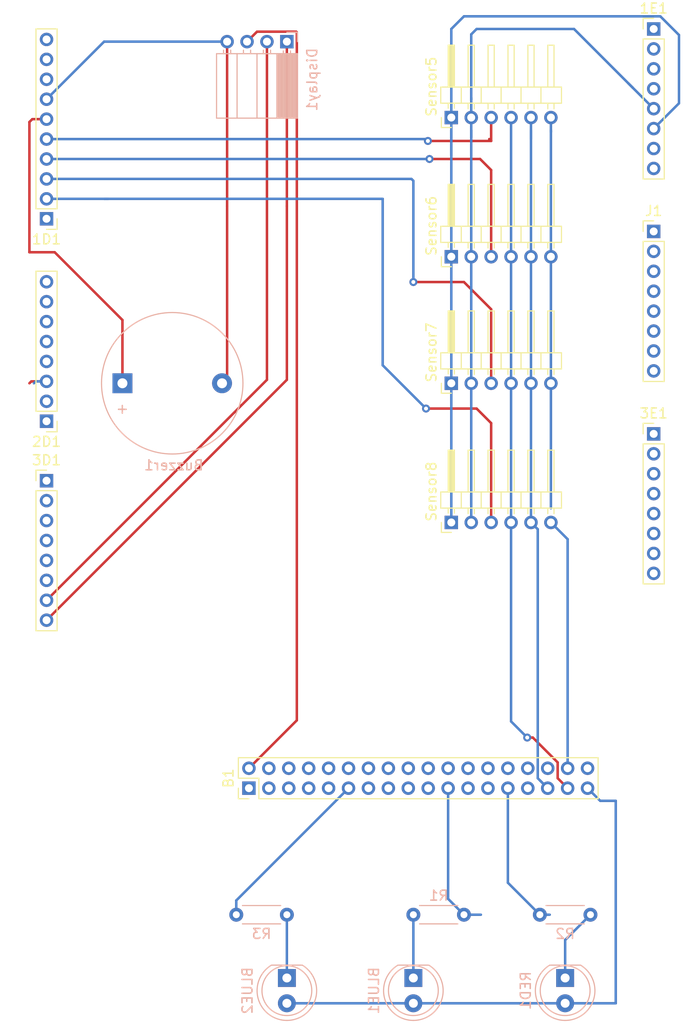
<source format=kicad_pcb>
(kicad_pcb (version 20171130) (host pcbnew "(5.1.10)-1")

  (general
    (thickness 1.6)
    (drawings 0)
    (tracks 133)
    (zones 0)
    (modules 19)
    (nets 91)
  )

  (page A4)
  (layers
    (0 F.Cu signal)
    (31 B.Cu signal)
    (32 B.Adhes user)
    (33 F.Adhes user)
    (34 B.Paste user)
    (35 F.Paste user)
    (36 B.SilkS user)
    (37 F.SilkS user)
    (38 B.Mask user)
    (39 F.Mask user)
    (40 Dwgs.User user)
    (41 Cmts.User user)
    (42 Eco1.User user)
    (43 Eco2.User user)
    (44 Edge.Cuts user)
    (45 Margin user)
    (46 B.CrtYd user)
    (47 F.CrtYd user)
    (48 B.Fab user)
    (49 F.Fab user)
  )

  (setup
    (last_trace_width 0.25)
    (trace_clearance 0.2)
    (zone_clearance 0.508)
    (zone_45_only no)
    (trace_min 0.2)
    (via_size 0.8)
    (via_drill 0.4)
    (via_min_size 0.4)
    (via_min_drill 0.3)
    (uvia_size 0.3)
    (uvia_drill 0.1)
    (uvias_allowed no)
    (uvia_min_size 0.2)
    (uvia_min_drill 0.1)
    (edge_width 0.05)
    (segment_width 0.2)
    (pcb_text_width 0.3)
    (pcb_text_size 1.5 1.5)
    (mod_edge_width 0.12)
    (mod_text_size 1 1)
    (mod_text_width 0.15)
    (pad_size 1.524 1.524)
    (pad_drill 0.762)
    (pad_to_mask_clearance 0)
    (aux_axis_origin 0 0)
    (visible_elements 7FFFFFFF)
    (pcbplotparams
      (layerselection 0x010fc_ffffffff)
      (usegerberextensions false)
      (usegerberattributes true)
      (usegerberadvancedattributes true)
      (creategerberjobfile true)
      (excludeedgelayer true)
      (linewidth 0.100000)
      (plotframeref false)
      (viasonmask false)
      (mode 1)
      (useauxorigin false)
      (hpglpennumber 1)
      (hpglpenspeed 20)
      (hpglpendiameter 15.000000)
      (psnegative false)
      (psa4output false)
      (plotreference true)
      (plotvalue true)
      (plotinvisibletext false)
      (padsonsilk false)
      (subtractmaskfromsilk false)
      (outputformat 1)
      (mirror false)
      (drillshape 1)
      (scaleselection 1)
      (outputdirectory ""))
  )

  (net 0 "")
  (net 1 "Net-(1D1-Pad10)")
  (net 2 "Net-(1D1-Pad9)")
  (net 3 "Net-(1D1-Pad8)")
  (net 4 SS-sensor4)
  (net 5 SS-sensor3)
  (net 6 SS-sensor2)
  (net 7 SS-sensor1)
  (net 8 "Net-(1E1-Pad8)")
  (net 9 "Net-(1E1-Pad7)")
  (net 10 "Net-(1E1-Pad4)")
  (net 11 "Net-(1E1-Pad3)")
  (net 12 "Net-(1E1-Pad2)")
  (net 13 "Net-(1E1-Pad1)")
  (net 14 "Net-(2D1-Pad8)")
  (net 15 "Net-(2D1-Pad7)")
  (net 16 "Net-(2D1-Pad6)")
  (net 17 "Net-(2D1-Pad5)")
  (net 18 "Net-(2D1-Pad4)")
  (net 19 "Net-(2D1-Pad3)")
  (net 20 "Net-(2D1-Pad2)")
  (net 21 "Net-(2D1-Pad1)")
  (net 22 "Net-(3D1-Pad6)")
  (net 23 "Net-(3D1-Pad5)")
  (net 24 "Net-(3D1-Pad4)")
  (net 25 "Net-(3D1-Pad3)")
  (net 26 "Net-(3D1-Pad2)")
  (net 27 "Net-(3D1-Pad1)")
  (net 28 "Net-(3E1-Pad8)")
  (net 29 "Net-(3E1-Pad7)")
  (net 30 "Net-(3E1-Pad6)")
  (net 31 "Net-(3E1-Pad5)")
  (net 32 "Net-(3E1-Pad4)")
  (net 33 "Net-(3E1-Pad3)")
  (net 34 "Net-(3E1-Pad2)")
  (net 35 "Net-(3E1-Pad1)")
  (net 36 "Net-(B1-Pad31)")
  (net 37 "Net-(B1-Pad30)")
  (net 38 "Net-(B1-Pad29)")
  (net 39 "Net-(B1-Pad28)")
  (net 40 "Net-(B1-Pad27)")
  (net 41 "Net-(B1-Pad26)")
  (net 42 "Net-(B1-Pad25)")
  (net 43 "Net-(B1-Pad24)")
  (net 44 "Net-(B1-Pad23)")
  (net 45 "Net-(B1-Pad22)")
  (net 46 "Net-(B1-Pad21)")
  (net 47 "Net-(B1-Pad20)")
  (net 48 "Net-(B1-Pad19)")
  (net 49 "Net-(B1-Pad18)")
  (net 50 "Net-(B1-Pad17)")
  (net 51 "Net-(B1-Pad16)")
  (net 52 "Net-(B1-Pad15)")
  (net 53 "Net-(B1-Pad14)")
  (net 54 "Net-(B1-Pad13)")
  (net 55 "Net-(B1-Pad12)")
  (net 56 "Net-(B1-Pad11)")
  (net 57 "Net-(B1-Pad10)")
  (net 58 "Net-(B1-Pad9)")
  (net 59 "Net-(B1-Pad8)")
  (net 60 "Net-(B1-Pad7)")
  (net 61 "Net-(B1-Pad6)")
  (net 62 "Net-(B1-Pad5)")
  (net 63 "Net-(B1-Pad4)")
  (net 64 "Net-(B1-Pad3)")
  (net 65 "Net-(B1-Pad2)")
  (net 66 "Net-(B1-Pad1)")
  (net 67 "Net-(1D1-Pad7)")
  (net 68 MOSI)
  (net 69 5V)
  (net 70 /21)
  (net 71 /20)
  (net 72 "Net-(B1-Pad35)")
  (net 73 "Net-(BLUE1-Pad1)")
  (net 74 /13)
  (net 75 "Net-(1D1-Pad1)")
  (net 76 "Net-(B1-Pad34)")
  (net 77 "Net-(J1-Pad8)")
  (net 78 "Net-(J1-Pad7)")
  (net 79 "Net-(J1-Pad6)")
  (net 80 "Net-(J1-Pad5)")
  (net 81 "Net-(J1-Pad4)")
  (net 82 "Net-(J1-Pad3)")
  (net 83 "Net-(J1-Pad2)")
  (net 84 "Net-(J1-Pad1)")
  (net 85 "Net-(Sensor5-Pad6)")
  (net 86 GND)
  (net 87 "Net-(BLUE2-Pad1)")
  (net 88 "Net-(B1-Pad32)")
  (net 89 "Net-(R2-Pad2)")
  (net 90 "Net-(B1-Pad36)")

  (net_class Default "This is the default net class."
    (clearance 0.2)
    (trace_width 0.25)
    (via_dia 0.8)
    (via_drill 0.4)
    (uvia_dia 0.3)
    (uvia_drill 0.1)
    (add_net /13)
    (add_net /20)
    (add_net /21)
    (add_net 5V)
    (add_net GND)
    (add_net MOSI)
    (add_net "Net-(1D1-Pad1)")
    (add_net "Net-(1D1-Pad10)")
    (add_net "Net-(1D1-Pad7)")
    (add_net "Net-(1D1-Pad8)")
    (add_net "Net-(1D1-Pad9)")
    (add_net "Net-(1E1-Pad1)")
    (add_net "Net-(1E1-Pad2)")
    (add_net "Net-(1E1-Pad3)")
    (add_net "Net-(1E1-Pad4)")
    (add_net "Net-(1E1-Pad7)")
    (add_net "Net-(1E1-Pad8)")
    (add_net "Net-(2D1-Pad1)")
    (add_net "Net-(2D1-Pad2)")
    (add_net "Net-(2D1-Pad3)")
    (add_net "Net-(2D1-Pad4)")
    (add_net "Net-(2D1-Pad5)")
    (add_net "Net-(2D1-Pad6)")
    (add_net "Net-(2D1-Pad7)")
    (add_net "Net-(2D1-Pad8)")
    (add_net "Net-(3D1-Pad1)")
    (add_net "Net-(3D1-Pad2)")
    (add_net "Net-(3D1-Pad3)")
    (add_net "Net-(3D1-Pad4)")
    (add_net "Net-(3D1-Pad5)")
    (add_net "Net-(3D1-Pad6)")
    (add_net "Net-(3E1-Pad1)")
    (add_net "Net-(3E1-Pad2)")
    (add_net "Net-(3E1-Pad3)")
    (add_net "Net-(3E1-Pad4)")
    (add_net "Net-(3E1-Pad5)")
    (add_net "Net-(3E1-Pad6)")
    (add_net "Net-(3E1-Pad7)")
    (add_net "Net-(3E1-Pad8)")
    (add_net "Net-(B1-Pad1)")
    (add_net "Net-(B1-Pad10)")
    (add_net "Net-(B1-Pad11)")
    (add_net "Net-(B1-Pad12)")
    (add_net "Net-(B1-Pad13)")
    (add_net "Net-(B1-Pad14)")
    (add_net "Net-(B1-Pad15)")
    (add_net "Net-(B1-Pad16)")
    (add_net "Net-(B1-Pad17)")
    (add_net "Net-(B1-Pad18)")
    (add_net "Net-(B1-Pad19)")
    (add_net "Net-(B1-Pad2)")
    (add_net "Net-(B1-Pad20)")
    (add_net "Net-(B1-Pad21)")
    (add_net "Net-(B1-Pad22)")
    (add_net "Net-(B1-Pad23)")
    (add_net "Net-(B1-Pad24)")
    (add_net "Net-(B1-Pad25)")
    (add_net "Net-(B1-Pad26)")
    (add_net "Net-(B1-Pad27)")
    (add_net "Net-(B1-Pad28)")
    (add_net "Net-(B1-Pad29)")
    (add_net "Net-(B1-Pad3)")
    (add_net "Net-(B1-Pad30)")
    (add_net "Net-(B1-Pad31)")
    (add_net "Net-(B1-Pad32)")
    (add_net "Net-(B1-Pad34)")
    (add_net "Net-(B1-Pad35)")
    (add_net "Net-(B1-Pad36)")
    (add_net "Net-(B1-Pad4)")
    (add_net "Net-(B1-Pad5)")
    (add_net "Net-(B1-Pad6)")
    (add_net "Net-(B1-Pad7)")
    (add_net "Net-(B1-Pad8)")
    (add_net "Net-(B1-Pad9)")
    (add_net "Net-(BLUE1-Pad1)")
    (add_net "Net-(BLUE2-Pad1)")
    (add_net "Net-(J1-Pad1)")
    (add_net "Net-(J1-Pad2)")
    (add_net "Net-(J1-Pad3)")
    (add_net "Net-(J1-Pad4)")
    (add_net "Net-(J1-Pad5)")
    (add_net "Net-(J1-Pad6)")
    (add_net "Net-(J1-Pad7)")
    (add_net "Net-(J1-Pad8)")
    (add_net "Net-(R2-Pad2)")
    (add_net "Net-(Sensor5-Pad6)")
    (add_net SS-sensor1)
    (add_net SS-sensor2)
    (add_net SS-sensor3)
    (add_net SS-sensor4)
  )

  (module Connector_PinHeader_2.00mm:PinHeader_1x10_P2.00mm_Vertical (layer F.Cu) (tedit 59FED667) (tstamp 614AD9EC)
    (at 157.48 50.8 180)
    (descr "Through hole straight pin header, 1x10, 2.00mm pitch, single row")
    (tags "Through hole pin header THT 1x10 2.00mm single row")
    (path /613C0CE0)
    (fp_text reference 1D1 (at 0 -2.06) (layer F.SilkS)
      (effects (font (size 1 1) (thickness 0.15)))
    )
    (fp_text value Conn_01x10 (at 0 20.06) (layer F.Fab)
      (effects (font (size 1 1) (thickness 0.15)))
    )
    (fp_line (start -0.5 -1) (end 1 -1) (layer F.Fab) (width 0.1))
    (fp_line (start 1 -1) (end 1 19) (layer F.Fab) (width 0.1))
    (fp_line (start 1 19) (end -1 19) (layer F.Fab) (width 0.1))
    (fp_line (start -1 19) (end -1 -0.5) (layer F.Fab) (width 0.1))
    (fp_line (start -1 -0.5) (end -0.5 -1) (layer F.Fab) (width 0.1))
    (fp_line (start -1.06 19.06) (end 1.06 19.06) (layer F.SilkS) (width 0.12))
    (fp_line (start -1.06 1) (end -1.06 19.06) (layer F.SilkS) (width 0.12))
    (fp_line (start 1.06 1) (end 1.06 19.06) (layer F.SilkS) (width 0.12))
    (fp_line (start -1.06 1) (end 1.06 1) (layer F.SilkS) (width 0.12))
    (fp_line (start -1.06 0) (end -1.06 -1.06) (layer F.SilkS) (width 0.12))
    (fp_line (start -1.06 -1.06) (end 0 -1.06) (layer F.SilkS) (width 0.12))
    (fp_line (start -1.5 -1.5) (end -1.5 19.5) (layer F.CrtYd) (width 0.05))
    (fp_line (start -1.5 19.5) (end 1.5 19.5) (layer F.CrtYd) (width 0.05))
    (fp_line (start 1.5 19.5) (end 1.5 -1.5) (layer F.CrtYd) (width 0.05))
    (fp_line (start 1.5 -1.5) (end -1.5 -1.5) (layer F.CrtYd) (width 0.05))
    (fp_text user %R (at 0 9 90) (layer F.Fab)
      (effects (font (size 1 1) (thickness 0.15)))
    )
    (pad 10 thru_hole oval (at 0 18 180) (size 1.35 1.35) (drill 0.8) (layers *.Cu *.Mask)
      (net 1 "Net-(1D1-Pad10)"))
    (pad 9 thru_hole oval (at 0 16 180) (size 1.35 1.35) (drill 0.8) (layers *.Cu *.Mask)
      (net 2 "Net-(1D1-Pad9)"))
    (pad 8 thru_hole oval (at 0 14 180) (size 1.35 1.35) (drill 0.8) (layers *.Cu *.Mask)
      (net 3 "Net-(1D1-Pad8)"))
    (pad 7 thru_hole oval (at 0 12 180) (size 1.35 1.35) (drill 0.8) (layers *.Cu *.Mask)
      (net 67 "Net-(1D1-Pad7)"))
    (pad 6 thru_hole oval (at 0 10 180) (size 1.35 1.35) (drill 0.8) (layers *.Cu *.Mask)
      (net 74 /13))
    (pad 5 thru_hole oval (at 0 8 180) (size 1.35 1.35) (drill 0.8) (layers *.Cu *.Mask)
      (net 4 SS-sensor4))
    (pad 4 thru_hole oval (at 0 6 180) (size 1.35 1.35) (drill 0.8) (layers *.Cu *.Mask)
      (net 5 SS-sensor3))
    (pad 3 thru_hole oval (at 0 4 180) (size 1.35 1.35) (drill 0.8) (layers *.Cu *.Mask)
      (net 6 SS-sensor2))
    (pad 2 thru_hole oval (at 0 2 180) (size 1.35 1.35) (drill 0.8) (layers *.Cu *.Mask)
      (net 7 SS-sensor1))
    (pad 1 thru_hole rect (at 0 0 180) (size 1.35 1.35) (drill 0.8) (layers *.Cu *.Mask)
      (net 75 "Net-(1D1-Pad1)"))
    (model ${KISYS3DMOD}/Connector_PinHeader_2.00mm.3dshapes/PinHeader_1x10_P2.00mm_Vertical.wrl
      (at (xyz 0 0 0))
      (scale (xyz 1 1 1))
      (rotate (xyz 0 0 0))
    )
  )

  (module Resistor_THT:R_Axial_DIN0204_L3.6mm_D1.6mm_P5.08mm_Horizontal (layer B.Cu) (tedit 5AE5139B) (tstamp 615A2288)
    (at 176.53 120.65)
    (descr "Resistor, Axial_DIN0204 series, Axial, Horizontal, pin pitch=5.08mm, 0.167W, length*diameter=3.6*1.6mm^2, http://cdn-reichelt.de/documents/datenblatt/B400/1_4W%23YAG.pdf")
    (tags "Resistor Axial_DIN0204 series Axial Horizontal pin pitch 5.08mm 0.167W length 3.6mm diameter 1.6mm")
    (path /61613A4A)
    (fp_text reference R3 (at 2.54 1.92) (layer B.SilkS)
      (effects (font (size 1 1) (thickness 0.15)) (justify mirror))
    )
    (fp_text value 220 (at 2.54 -1.92) (layer B.Fab)
      (effects (font (size 1 1) (thickness 0.15)) (justify mirror))
    )
    (fp_line (start 6.03 1.05) (end -0.95 1.05) (layer B.CrtYd) (width 0.05))
    (fp_line (start 6.03 -1.05) (end 6.03 1.05) (layer B.CrtYd) (width 0.05))
    (fp_line (start -0.95 -1.05) (end 6.03 -1.05) (layer B.CrtYd) (width 0.05))
    (fp_line (start -0.95 1.05) (end -0.95 -1.05) (layer B.CrtYd) (width 0.05))
    (fp_line (start 0.62 -0.92) (end 4.46 -0.92) (layer B.SilkS) (width 0.12))
    (fp_line (start 0.62 0.92) (end 4.46 0.92) (layer B.SilkS) (width 0.12))
    (fp_line (start 5.08 0) (end 4.34 0) (layer B.Fab) (width 0.1))
    (fp_line (start 0 0) (end 0.74 0) (layer B.Fab) (width 0.1))
    (fp_line (start 4.34 0.8) (end 0.74 0.8) (layer B.Fab) (width 0.1))
    (fp_line (start 4.34 -0.8) (end 4.34 0.8) (layer B.Fab) (width 0.1))
    (fp_line (start 0.74 -0.8) (end 4.34 -0.8) (layer B.Fab) (width 0.1))
    (fp_line (start 0.74 0.8) (end 0.74 -0.8) (layer B.Fab) (width 0.1))
    (fp_text user %R (at 2.54 0) (layer B.Fab)
      (effects (font (size 0.72 0.72) (thickness 0.108)) (justify mirror))
    )
    (pad 2 thru_hole oval (at 5.08 0) (size 1.4 1.4) (drill 0.7) (layers *.Cu *.Mask)
      (net 87 "Net-(BLUE2-Pad1)"))
    (pad 1 thru_hole circle (at 0 0) (size 1.4 1.4) (drill 0.7) (layers *.Cu *.Mask)
      (net 56 "Net-(B1-Pad11)"))
    (model ${KISYS3DMOD}/Resistor_THT.3dshapes/R_Axial_DIN0204_L3.6mm_D1.6mm_P5.08mm_Horizontal.wrl
      (at (xyz 0 0 0))
      (scale (xyz 1 1 1))
      (rotate (xyz 0 0 0))
    )
  )

  (module LED_THT:LED_D5.0mm (layer B.Cu) (tedit 5995936A) (tstamp 615A2165)
    (at 181.61 127 270)
    (descr "LED, diameter 5.0mm, 2 pins, http://cdn-reichelt.de/documents/datenblatt/A500/LL-504BC2E-009.pdf")
    (tags "LED diameter 5.0mm 2 pins")
    (path /61613A51)
    (fp_text reference BLUE2 (at 1.27 3.96 270) (layer B.SilkS)
      (effects (font (size 1 1) (thickness 0.15)) (justify mirror))
    )
    (fp_text value LED (at 1.27 -3.96 270) (layer B.Fab)
      (effects (font (size 1 1) (thickness 0.15)) (justify mirror))
    )
    (fp_line (start 4.5 3.25) (end -1.95 3.25) (layer B.CrtYd) (width 0.05))
    (fp_line (start 4.5 -3.25) (end 4.5 3.25) (layer B.CrtYd) (width 0.05))
    (fp_line (start -1.95 -3.25) (end 4.5 -3.25) (layer B.CrtYd) (width 0.05))
    (fp_line (start -1.95 3.25) (end -1.95 -3.25) (layer B.CrtYd) (width 0.05))
    (fp_line (start -1.29 1.545) (end -1.29 -1.545) (layer B.SilkS) (width 0.12))
    (fp_line (start -1.23 1.469694) (end -1.23 -1.469694) (layer B.Fab) (width 0.1))
    (fp_circle (center 1.27 0) (end 3.77 0) (layer B.SilkS) (width 0.12))
    (fp_circle (center 1.27 0) (end 3.77 0) (layer B.Fab) (width 0.1))
    (fp_text user %R (at 1.25 0 270) (layer B.Fab)
      (effects (font (size 0.8 0.8) (thickness 0.2)) (justify mirror))
    )
    (fp_arc (start 1.27 0) (end -1.29 -1.54483) (angle 148.9) (layer B.SilkS) (width 0.12))
    (fp_arc (start 1.27 0) (end -1.29 1.54483) (angle -148.9) (layer B.SilkS) (width 0.12))
    (fp_arc (start 1.27 0) (end -1.23 1.469694) (angle -299.1) (layer B.Fab) (width 0.1))
    (pad 2 thru_hole circle (at 2.54 0 270) (size 1.8 1.8) (drill 0.9) (layers *.Cu *.Mask)
      (net 72 "Net-(B1-Pad35)"))
    (pad 1 thru_hole rect (at 0 0 270) (size 1.8 1.8) (drill 0.9) (layers *.Cu *.Mask)
      (net 87 "Net-(BLUE2-Pad1)"))
    (model ${KISYS3DMOD}/LED_THT.3dshapes/LED_D5.0mm.wrl
      (at (xyz 0 0 0))
      (scale (xyz 1 1 1))
      (rotate (xyz 0 0 0))
    )
  )

  (module Connector_PinHeader_2.00mm:PinHeader_1x08_P2.00mm_Vertical (layer F.Cu) (tedit 59FED667) (tstamp 614ADA24)
    (at 157.48 71.12 180)
    (descr "Through hole straight pin header, 1x08, 2.00mm pitch, single row")
    (tags "Through hole pin header THT 1x08 2.00mm single row")
    (path /613FD4EF)
    (fp_text reference 2D1 (at 0 -2.06) (layer F.SilkS)
      (effects (font (size 1 1) (thickness 0.15)))
    )
    (fp_text value Conn_01x08 (at 0 16.06) (layer F.Fab)
      (effects (font (size 1 1) (thickness 0.15)))
    )
    (fp_line (start -0.5 -1) (end 1 -1) (layer F.Fab) (width 0.1))
    (fp_line (start 1 -1) (end 1 15) (layer F.Fab) (width 0.1))
    (fp_line (start 1 15) (end -1 15) (layer F.Fab) (width 0.1))
    (fp_line (start -1 15) (end -1 -0.5) (layer F.Fab) (width 0.1))
    (fp_line (start -1 -0.5) (end -0.5 -1) (layer F.Fab) (width 0.1))
    (fp_line (start -1.06 15.06) (end 1.06 15.06) (layer F.SilkS) (width 0.12))
    (fp_line (start -1.06 1) (end -1.06 15.06) (layer F.SilkS) (width 0.12))
    (fp_line (start 1.06 1) (end 1.06 15.06) (layer F.SilkS) (width 0.12))
    (fp_line (start -1.06 1) (end 1.06 1) (layer F.SilkS) (width 0.12))
    (fp_line (start -1.06 0) (end -1.06 -1.06) (layer F.SilkS) (width 0.12))
    (fp_line (start -1.06 -1.06) (end 0 -1.06) (layer F.SilkS) (width 0.12))
    (fp_line (start -1.5 -1.5) (end -1.5 15.5) (layer F.CrtYd) (width 0.05))
    (fp_line (start -1.5 15.5) (end 1.5 15.5) (layer F.CrtYd) (width 0.05))
    (fp_line (start 1.5 15.5) (end 1.5 -1.5) (layer F.CrtYd) (width 0.05))
    (fp_line (start 1.5 -1.5) (end -1.5 -1.5) (layer F.CrtYd) (width 0.05))
    (fp_text user %R (at 0 7 90) (layer F.Fab)
      (effects (font (size 1 1) (thickness 0.15)))
    )
    (pad 8 thru_hole oval (at 0 14 180) (size 1.35 1.35) (drill 0.8) (layers *.Cu *.Mask)
      (net 14 "Net-(2D1-Pad8)"))
    (pad 7 thru_hole oval (at 0 12 180) (size 1.35 1.35) (drill 0.8) (layers *.Cu *.Mask)
      (net 15 "Net-(2D1-Pad7)"))
    (pad 6 thru_hole oval (at 0 10 180) (size 1.35 1.35) (drill 0.8) (layers *.Cu *.Mask)
      (net 16 "Net-(2D1-Pad6)"))
    (pad 5 thru_hole oval (at 0 8 180) (size 1.35 1.35) (drill 0.8) (layers *.Cu *.Mask)
      (net 17 "Net-(2D1-Pad5)"))
    (pad 4 thru_hole oval (at 0 6 180) (size 1.35 1.35) (drill 0.8) (layers *.Cu *.Mask)
      (net 18 "Net-(2D1-Pad4)"))
    (pad 3 thru_hole oval (at 0 4 180) (size 1.35 1.35) (drill 0.8) (layers *.Cu *.Mask)
      (net 19 "Net-(2D1-Pad3)"))
    (pad 2 thru_hole oval (at 0 2 180) (size 1.35 1.35) (drill 0.8) (layers *.Cu *.Mask)
      (net 20 "Net-(2D1-Pad2)"))
    (pad 1 thru_hole rect (at 0 0 180) (size 1.35 1.35) (drill 0.8) (layers *.Cu *.Mask)
      (net 21 "Net-(2D1-Pad1)"))
    (model ${KISYS3DMOD}/Connector_PinHeader_2.00mm.3dshapes/PinHeader_1x08_P2.00mm_Vertical.wrl
      (at (xyz 0 0 0))
      (scale (xyz 1 1 1))
      (rotate (xyz 0 0 0))
    )
  )

  (module Connector_PinSocket_2.00mm:PinSocket_1x04_P2.00mm_Horizontal (layer B.Cu) (tedit 5A19A424) (tstamp 614C7D86)
    (at 181.61 33.02 90)
    (descr "Through hole angled socket strip, 1x04, 2.00mm pitch, 6.35mm socket length, single row (from Kicad 4.0.7), script generated")
    (tags "Through hole angled socket strip THT 1x04 2.00mm single row")
    (path /615A5718)
    (fp_text reference Display1 (at -3.81 2.54 270) (layer B.SilkS)
      (effects (font (size 1 1) (thickness 0.15)) (justify mirror))
    )
    (fp_text value . (at 3.1 -8 270) (layer B.Fab)
      (effects (font (size 1 1) (thickness 0.15)) (justify mirror))
    )
    (fp_line (start 1.5 -7.5) (end 1.5 1.5) (layer B.CrtYd) (width 0.05))
    (fp_line (start -8.15 -7.5) (end 1.5 -7.5) (layer B.CrtYd) (width 0.05))
    (fp_line (start -8.15 1.5) (end -8.15 -7.5) (layer B.CrtYd) (width 0.05))
    (fp_line (start 1.5 1.5) (end -8.15 1.5) (layer B.CrtYd) (width 0.05))
    (fp_line (start 0 1.06) (end 0.935 1.06) (layer B.SilkS) (width 0.12))
    (fp_line (start 0.935 1.06) (end 0.935 0) (layer B.SilkS) (width 0.12))
    (fp_line (start -7.68 1.06) (end -7.68 -7.06) (layer B.SilkS) (width 0.12))
    (fp_line (start -7.68 -7.06) (end -1.21 -7.06) (layer B.SilkS) (width 0.12))
    (fp_line (start -1.21 1.06) (end -1.21 -7.06) (layer B.SilkS) (width 0.12))
    (fp_line (start -7.68 1.06) (end -1.21 1.06) (layer B.SilkS) (width 0.12))
    (fp_line (start -7.68 -5) (end -1.21 -5) (layer B.SilkS) (width 0.12))
    (fp_line (start -7.68 -3) (end -1.21 -3) (layer B.SilkS) (width 0.12))
    (fp_line (start -7.68 -1) (end -1.21 -1) (layer B.SilkS) (width 0.12))
    (fp_line (start -1.21 -6.36) (end -0.862917 -6.36) (layer B.SilkS) (width 0.12))
    (fp_line (start -1.21 -5.64) (end -0.862917 -5.64) (layer B.SilkS) (width 0.12))
    (fp_line (start -1.21 -4.36) (end -0.862917 -4.36) (layer B.SilkS) (width 0.12))
    (fp_line (start -1.21 -3.64) (end -0.862917 -3.64) (layer B.SilkS) (width 0.12))
    (fp_line (start -1.21 -2.36) (end -0.862917 -2.36) (layer B.SilkS) (width 0.12))
    (fp_line (start -1.21 -1.64) (end -0.862917 -1.64) (layer B.SilkS) (width 0.12))
    (fp_line (start -1.21 -0.36) (end -0.935 -0.36) (layer B.SilkS) (width 0.12))
    (fp_line (start -1.21 0.36) (end -0.935 0.36) (layer B.SilkS) (width 0.12))
    (fp_line (start -7.68 -0.885888) (end -1.21 -0.885888) (layer B.SilkS) (width 0.12))
    (fp_line (start -7.68 -0.77177) (end -1.21 -0.77177) (layer B.SilkS) (width 0.12))
    (fp_line (start -7.68 -0.657652) (end -1.21 -0.657652) (layer B.SilkS) (width 0.12))
    (fp_line (start -7.68 -0.543534) (end -1.21 -0.543534) (layer B.SilkS) (width 0.12))
    (fp_line (start -7.68 -0.429416) (end -1.21 -0.429416) (layer B.SilkS) (width 0.12))
    (fp_line (start -7.68 -0.315298) (end -1.21 -0.315298) (layer B.SilkS) (width 0.12))
    (fp_line (start -7.68 -0.20118) (end -1.21 -0.20118) (layer B.SilkS) (width 0.12))
    (fp_line (start -7.68 -0.087062) (end -1.21 -0.087062) (layer B.SilkS) (width 0.12))
    (fp_line (start -7.68 0.027056) (end -1.21 0.027056) (layer B.SilkS) (width 0.12))
    (fp_line (start -7.68 0.141174) (end -1.21 0.141174) (layer B.SilkS) (width 0.12))
    (fp_line (start -7.68 0.255292) (end -1.21 0.255292) (layer B.SilkS) (width 0.12))
    (fp_line (start -7.68 0.36941) (end -1.21 0.36941) (layer B.SilkS) (width 0.12))
    (fp_line (start -7.68 0.483528) (end -1.21 0.483528) (layer B.SilkS) (width 0.12))
    (fp_line (start -7.68 0.597646) (end -1.21 0.597646) (layer B.SilkS) (width 0.12))
    (fp_line (start -7.68 0.711764) (end -1.21 0.711764) (layer B.SilkS) (width 0.12))
    (fp_line (start -7.68 0.825882) (end -1.21 0.825882) (layer B.SilkS) (width 0.12))
    (fp_line (start -7.68 0.94) (end -1.21 0.94) (layer B.SilkS) (width 0.12))
    (fp_line (start 0 -6.3) (end 0 -5.7) (layer B.Fab) (width 0.1))
    (fp_line (start -1.27 -6.3) (end 0 -6.3) (layer B.Fab) (width 0.1))
    (fp_line (start 0 -5.7) (end -1.27 -5.7) (layer B.Fab) (width 0.1))
    (fp_line (start 0 -4.3) (end 0 -3.7) (layer B.Fab) (width 0.1))
    (fp_line (start -1.27 -4.3) (end 0 -4.3) (layer B.Fab) (width 0.1))
    (fp_line (start 0 -3.7) (end -1.27 -3.7) (layer B.Fab) (width 0.1))
    (fp_line (start 0 -2.3) (end 0 -1.7) (layer B.Fab) (width 0.1))
    (fp_line (start -1.27 -2.3) (end 0 -2.3) (layer B.Fab) (width 0.1))
    (fp_line (start 0 -1.7) (end -1.27 -1.7) (layer B.Fab) (width 0.1))
    (fp_line (start 0 -0.3) (end 0 0.3) (layer B.Fab) (width 0.1))
    (fp_line (start -1.27 -0.3) (end 0 -0.3) (layer B.Fab) (width 0.1))
    (fp_line (start 0 0.3) (end -1.27 0.3) (layer B.Fab) (width 0.1))
    (fp_line (start -7.62 -7) (end -7.62 1) (layer B.Fab) (width 0.1))
    (fp_line (start -1.27 -7) (end -7.62 -7) (layer B.Fab) (width 0.1))
    (fp_line (start -1.27 0.3) (end -1.27 -7) (layer B.Fab) (width 0.1))
    (fp_line (start -1.97 1) (end -1.27 0.3) (layer B.Fab) (width 0.1))
    (fp_line (start -7.62 1) (end -1.97 1) (layer B.Fab) (width 0.1))
    (pad 4 thru_hole oval (at 0 -6 90) (size 1.35 1.35) (drill 0.8) (layers *.Cu *.Mask)
      (net 67 "Net-(1D1-Pad7)"))
    (pad 3 thru_hole oval (at 0 -4 90) (size 1.35 1.35) (drill 0.8) (layers *.Cu *.Mask)
      (net 65 "Net-(B1-Pad2)"))
    (pad 2 thru_hole oval (at 0 -2 90) (size 1.35 1.35) (drill 0.8) (layers *.Cu *.Mask)
      (net 71 /20))
    (pad 1 thru_hole rect (at 0 0 90) (size 1.35 1.35) (drill 0.8) (layers *.Cu *.Mask)
      (net 70 /21))
    (model ${KISYS3DMOD}/Connector_PinSocket_2.00mm.3dshapes/PinSocket_1x04_P2.00mm_Horizontal.wrl
      (at (xyz 0 0 0))
      (scale (xyz 1 1 1))
      (rotate (xyz 0 0 0))
    )
  )

  (module LED_THT:LED_D5.0mm (layer B.Cu) (tedit 5995936A) (tstamp 61532829)
    (at 209.55 127 270)
    (descr "LED, diameter 5.0mm, 2 pins, http://cdn-reichelt.de/documents/datenblatt/A500/LL-504BC2E-009.pdf")
    (tags "LED diameter 5.0mm 2 pins")
    (path /6153A8CC)
    (fp_text reference RED1 (at 1.27 3.96 90) (layer B.SilkS)
      (effects (font (size 1 1) (thickness 0.15)) (justify mirror))
    )
    (fp_text value LED (at 1.27 -3.96 90) (layer B.Fab)
      (effects (font (size 1 1) (thickness 0.15)) (justify mirror))
    )
    (fp_circle (center 1.27 0) (end 3.77 0) (layer B.Fab) (width 0.1))
    (fp_circle (center 1.27 0) (end 3.77 0) (layer B.SilkS) (width 0.12))
    (fp_line (start -1.23 1.469694) (end -1.23 -1.469694) (layer B.Fab) (width 0.1))
    (fp_line (start -1.29 1.545) (end -1.29 -1.545) (layer B.SilkS) (width 0.12))
    (fp_line (start -1.95 3.25) (end -1.95 -3.25) (layer B.CrtYd) (width 0.05))
    (fp_line (start -1.95 -3.25) (end 4.5 -3.25) (layer B.CrtYd) (width 0.05))
    (fp_line (start 4.5 -3.25) (end 4.5 3.25) (layer B.CrtYd) (width 0.05))
    (fp_line (start 4.5 3.25) (end -1.95 3.25) (layer B.CrtYd) (width 0.05))
    (fp_text user %R (at 1.25 0 90) (layer B.Fab)
      (effects (font (size 0.8 0.8) (thickness 0.2)) (justify mirror))
    )
    (fp_arc (start 1.27 0) (end -1.29 -1.54483) (angle 148.9) (layer B.SilkS) (width 0.12))
    (fp_arc (start 1.27 0) (end -1.29 1.54483) (angle -148.9) (layer B.SilkS) (width 0.12))
    (fp_arc (start 1.27 0) (end -1.23 1.469694) (angle -299.1) (layer B.Fab) (width 0.1))
    (pad 2 thru_hole circle (at 2.54 0 270) (size 1.8 1.8) (drill 0.9) (layers *.Cu *.Mask)
      (net 72 "Net-(B1-Pad35)"))
    (pad 1 thru_hole rect (at 0 0 270) (size 1.8 1.8) (drill 0.9) (layers *.Cu *.Mask)
      (net 89 "Net-(R2-Pad2)"))
    (model ${KISYS3DMOD}/LED_THT.3dshapes/LED_D5.0mm.wrl
      (at (xyz 0 0 0))
      (scale (xyz 1 1 1))
      (rotate (xyz 0 0 0))
    )
  )

  (module Resistor_THT:R_Axial_DIN0204_L3.6mm_D1.6mm_P5.08mm_Horizontal (layer B.Cu) (tedit 5AE5139B) (tstamp 61532817)
    (at 207.01 120.65)
    (descr "Resistor, Axial_DIN0204 series, Axial, Horizontal, pin pitch=5.08mm, 0.167W, length*diameter=3.6*1.6mm^2, http://cdn-reichelt.de/documents/datenblatt/B400/1_4W%23YAG.pdf")
    (tags "Resistor Axial_DIN0204 series Axial Horizontal pin pitch 5.08mm 0.167W length 3.6mm diameter 1.6mm")
    (path /6157D3A6)
    (fp_text reference R2 (at 2.54 1.92) (layer B.SilkS)
      (effects (font (size 1 1) (thickness 0.15)) (justify mirror))
    )
    (fp_text value 220 (at 2.54 -1.92) (layer B.Fab)
      (effects (font (size 1 1) (thickness 0.15)) (justify mirror))
    )
    (fp_line (start 0.74 0.8) (end 0.74 -0.8) (layer B.Fab) (width 0.1))
    (fp_line (start 0.74 -0.8) (end 4.34 -0.8) (layer B.Fab) (width 0.1))
    (fp_line (start 4.34 -0.8) (end 4.34 0.8) (layer B.Fab) (width 0.1))
    (fp_line (start 4.34 0.8) (end 0.74 0.8) (layer B.Fab) (width 0.1))
    (fp_line (start 0 0) (end 0.74 0) (layer B.Fab) (width 0.1))
    (fp_line (start 5.08 0) (end 4.34 0) (layer B.Fab) (width 0.1))
    (fp_line (start 0.62 0.92) (end 4.46 0.92) (layer B.SilkS) (width 0.12))
    (fp_line (start 0.62 -0.92) (end 4.46 -0.92) (layer B.SilkS) (width 0.12))
    (fp_line (start -0.95 1.05) (end -0.95 -1.05) (layer B.CrtYd) (width 0.05))
    (fp_line (start -0.95 -1.05) (end 6.03 -1.05) (layer B.CrtYd) (width 0.05))
    (fp_line (start 6.03 -1.05) (end 6.03 1.05) (layer B.CrtYd) (width 0.05))
    (fp_line (start 6.03 1.05) (end -0.95 1.05) (layer B.CrtYd) (width 0.05))
    (fp_text user %R (at 2.54 0) (layer B.Fab)
      (effects (font (size 0.72 0.72) (thickness 0.108)) (justify mirror))
    )
    (pad 2 thru_hole oval (at 5.08 0) (size 1.4 1.4) (drill 0.7) (layers *.Cu *.Mask)
      (net 89 "Net-(R2-Pad2)"))
    (pad 1 thru_hole circle (at 0 0) (size 1.4 1.4) (drill 0.7) (layers *.Cu *.Mask)
      (net 40 "Net-(B1-Pad27)"))
    (model ${KISYS3DMOD}/Resistor_THT.3dshapes/R_Axial_DIN0204_L3.6mm_D1.6mm_P5.08mm_Horizontal.wrl
      (at (xyz 0 0 0))
      (scale (xyz 1 1 1))
      (rotate (xyz 0 0 0))
    )
  )

  (module Resistor_THT:R_Axial_DIN0204_L3.6mm_D1.6mm_P5.08mm_Horizontal (layer B.Cu) (tedit 5AE5139B) (tstamp 61532804)
    (at 199.39 120.65 180)
    (descr "Resistor, Axial_DIN0204 series, Axial, Horizontal, pin pitch=5.08mm, 0.167W, length*diameter=3.6*1.6mm^2, http://cdn-reichelt.de/documents/datenblatt/B400/1_4W%23YAG.pdf")
    (tags "Resistor Axial_DIN0204 series Axial Horizontal pin pitch 5.08mm 0.167W length 3.6mm diameter 1.6mm")
    (path /6157C699)
    (fp_text reference R1 (at 2.54 1.92) (layer B.SilkS)
      (effects (font (size 1 1) (thickness 0.15)) (justify mirror))
    )
    (fp_text value 220 (at 2.54 -1.92) (layer B.Fab)
      (effects (font (size 1 1) (thickness 0.15)) (justify mirror))
    )
    (fp_line (start 0.74 0.8) (end 0.74 -0.8) (layer B.Fab) (width 0.1))
    (fp_line (start 0.74 -0.8) (end 4.34 -0.8) (layer B.Fab) (width 0.1))
    (fp_line (start 4.34 -0.8) (end 4.34 0.8) (layer B.Fab) (width 0.1))
    (fp_line (start 4.34 0.8) (end 0.74 0.8) (layer B.Fab) (width 0.1))
    (fp_line (start 0 0) (end 0.74 0) (layer B.Fab) (width 0.1))
    (fp_line (start 5.08 0) (end 4.34 0) (layer B.Fab) (width 0.1))
    (fp_line (start 0.62 0.92) (end 4.46 0.92) (layer B.SilkS) (width 0.12))
    (fp_line (start 0.62 -0.92) (end 4.46 -0.92) (layer B.SilkS) (width 0.12))
    (fp_line (start -0.95 1.05) (end -0.95 -1.05) (layer B.CrtYd) (width 0.05))
    (fp_line (start -0.95 -1.05) (end 6.03 -1.05) (layer B.CrtYd) (width 0.05))
    (fp_line (start 6.03 -1.05) (end 6.03 1.05) (layer B.CrtYd) (width 0.05))
    (fp_line (start 6.03 1.05) (end -0.95 1.05) (layer B.CrtYd) (width 0.05))
    (fp_text user %R (at 2.54 0) (layer B.Fab)
      (effects (font (size 0.72 0.72) (thickness 0.108)) (justify mirror))
    )
    (pad 2 thru_hole oval (at 5.08 0 180) (size 1.4 1.4) (drill 0.7) (layers *.Cu *.Mask)
      (net 73 "Net-(BLUE1-Pad1)"))
    (pad 1 thru_hole circle (at 0 0 180) (size 1.4 1.4) (drill 0.7) (layers *.Cu *.Mask)
      (net 46 "Net-(B1-Pad21)"))
    (model ${KISYS3DMOD}/Resistor_THT.3dshapes/R_Axial_DIN0204_L3.6mm_D1.6mm_P5.08mm_Horizontal.wrl
      (at (xyz 0 0 0))
      (scale (xyz 1 1 1))
      (rotate (xyz 0 0 0))
    )
  )

  (module LED_THT:LED_D5.0mm (layer B.Cu) (tedit 5995936A) (tstamp 615323E5)
    (at 194.31 127 270)
    (descr "LED, diameter 5.0mm, 2 pins, http://cdn-reichelt.de/documents/datenblatt/A500/LL-504BC2E-009.pdf")
    (tags "LED diameter 5.0mm 2 pins")
    (path /61539E58)
    (fp_text reference BLUE1 (at 1.27 3.96 90) (layer B.SilkS)
      (effects (font (size 1 1) (thickness 0.15)) (justify mirror))
    )
    (fp_text value LED (at 1.27 -3.96 90) (layer B.Fab)
      (effects (font (size 1 1) (thickness 0.15)) (justify mirror))
    )
    (fp_circle (center 1.27 0) (end 3.77 0) (layer B.Fab) (width 0.1))
    (fp_circle (center 1.27 0) (end 3.77 0) (layer B.SilkS) (width 0.12))
    (fp_line (start -1.23 1.469694) (end -1.23 -1.469694) (layer B.Fab) (width 0.1))
    (fp_line (start -1.29 1.545) (end -1.29 -1.545) (layer B.SilkS) (width 0.12))
    (fp_line (start -1.95 3.25) (end -1.95 -3.25) (layer B.CrtYd) (width 0.05))
    (fp_line (start -1.95 -3.25) (end 4.5 -3.25) (layer B.CrtYd) (width 0.05))
    (fp_line (start 4.5 -3.25) (end 4.5 3.25) (layer B.CrtYd) (width 0.05))
    (fp_line (start 4.5 3.25) (end -1.95 3.25) (layer B.CrtYd) (width 0.05))
    (fp_text user %R (at 1.25 0 90) (layer B.Fab)
      (effects (font (size 0.8 0.8) (thickness 0.2)) (justify mirror))
    )
    (fp_arc (start 1.27 0) (end -1.29 -1.54483) (angle 148.9) (layer B.SilkS) (width 0.12))
    (fp_arc (start 1.27 0) (end -1.29 1.54483) (angle -148.9) (layer B.SilkS) (width 0.12))
    (fp_arc (start 1.27 0) (end -1.23 1.469694) (angle -299.1) (layer B.Fab) (width 0.1))
    (pad 2 thru_hole circle (at 2.54 0 270) (size 1.8 1.8) (drill 0.9) (layers *.Cu *.Mask)
      (net 72 "Net-(B1-Pad35)"))
    (pad 1 thru_hole rect (at 0 0 270) (size 1.8 1.8) (drill 0.9) (layers *.Cu *.Mask)
      (net 73 "Net-(BLUE1-Pad1)"))
    (model ${KISYS3DMOD}/LED_THT.3dshapes/LED_D5.0mm.wrl
      (at (xyz 0 0 0))
      (scale (xyz 1 1 1))
      (rotate (xyz 0 0 0))
    )
  )

  (module Connector_PinHeader_2.00mm:PinHeader_1x06_P2.00mm_Horizontal (layer F.Cu) (tedit 59FED667) (tstamp 614ADC57)
    (at 198.12 81.28 90)
    (descr "Through hole angled pin header, 1x06, 2.00mm pitch, 4.2mm pin length, single row")
    (tags "Through hole angled pin header THT 1x06 2.00mm single row")
    (path /614A9A3C)
    (fp_text reference Sensor8 (at 3.1 -2 90) (layer F.SilkS)
      (effects (font (size 1 1) (thickness 0.15)))
    )
    (fp_text value "Sensor 1" (at 3.1 12 90) (layer F.Fab)
      (effects (font (size 1 1) (thickness 0.15)))
    )
    (fp_line (start 1.875 -1) (end 3 -1) (layer F.Fab) (width 0.1))
    (fp_line (start 3 -1) (end 3 11) (layer F.Fab) (width 0.1))
    (fp_line (start 3 11) (end 1.5 11) (layer F.Fab) (width 0.1))
    (fp_line (start 1.5 11) (end 1.5 -0.625) (layer F.Fab) (width 0.1))
    (fp_line (start 1.5 -0.625) (end 1.875 -1) (layer F.Fab) (width 0.1))
    (fp_line (start -0.25 -0.25) (end 1.5 -0.25) (layer F.Fab) (width 0.1))
    (fp_line (start -0.25 -0.25) (end -0.25 0.25) (layer F.Fab) (width 0.1))
    (fp_line (start -0.25 0.25) (end 1.5 0.25) (layer F.Fab) (width 0.1))
    (fp_line (start 3 -0.25) (end 7.2 -0.25) (layer F.Fab) (width 0.1))
    (fp_line (start 7.2 -0.25) (end 7.2 0.25) (layer F.Fab) (width 0.1))
    (fp_line (start 3 0.25) (end 7.2 0.25) (layer F.Fab) (width 0.1))
    (fp_line (start -0.25 1.75) (end 1.5 1.75) (layer F.Fab) (width 0.1))
    (fp_line (start -0.25 1.75) (end -0.25 2.25) (layer F.Fab) (width 0.1))
    (fp_line (start -0.25 2.25) (end 1.5 2.25) (layer F.Fab) (width 0.1))
    (fp_line (start 3 1.75) (end 7.2 1.75) (layer F.Fab) (width 0.1))
    (fp_line (start 7.2 1.75) (end 7.2 2.25) (layer F.Fab) (width 0.1))
    (fp_line (start 3 2.25) (end 7.2 2.25) (layer F.Fab) (width 0.1))
    (fp_line (start -0.25 3.75) (end 1.5 3.75) (layer F.Fab) (width 0.1))
    (fp_line (start -0.25 3.75) (end -0.25 4.25) (layer F.Fab) (width 0.1))
    (fp_line (start -0.25 4.25) (end 1.5 4.25) (layer F.Fab) (width 0.1))
    (fp_line (start 3 3.75) (end 7.2 3.75) (layer F.Fab) (width 0.1))
    (fp_line (start 7.2 3.75) (end 7.2 4.25) (layer F.Fab) (width 0.1))
    (fp_line (start 3 4.25) (end 7.2 4.25) (layer F.Fab) (width 0.1))
    (fp_line (start -0.25 5.75) (end 1.5 5.75) (layer F.Fab) (width 0.1))
    (fp_line (start -0.25 5.75) (end -0.25 6.25) (layer F.Fab) (width 0.1))
    (fp_line (start -0.25 6.25) (end 1.5 6.25) (layer F.Fab) (width 0.1))
    (fp_line (start 3 5.75) (end 7.2 5.75) (layer F.Fab) (width 0.1))
    (fp_line (start 7.2 5.75) (end 7.2 6.25) (layer F.Fab) (width 0.1))
    (fp_line (start 3 6.25) (end 7.2 6.25) (layer F.Fab) (width 0.1))
    (fp_line (start -0.25 7.75) (end 1.5 7.75) (layer F.Fab) (width 0.1))
    (fp_line (start -0.25 7.75) (end -0.25 8.25) (layer F.Fab) (width 0.1))
    (fp_line (start -0.25 8.25) (end 1.5 8.25) (layer F.Fab) (width 0.1))
    (fp_line (start 3 7.75) (end 7.2 7.75) (layer F.Fab) (width 0.1))
    (fp_line (start 7.2 7.75) (end 7.2 8.25) (layer F.Fab) (width 0.1))
    (fp_line (start 3 8.25) (end 7.2 8.25) (layer F.Fab) (width 0.1))
    (fp_line (start -0.25 9.75) (end 1.5 9.75) (layer F.Fab) (width 0.1))
    (fp_line (start -0.25 9.75) (end -0.25 10.25) (layer F.Fab) (width 0.1))
    (fp_line (start -0.25 10.25) (end 1.5 10.25) (layer F.Fab) (width 0.1))
    (fp_line (start 3 9.75) (end 7.2 9.75) (layer F.Fab) (width 0.1))
    (fp_line (start 7.2 9.75) (end 7.2 10.25) (layer F.Fab) (width 0.1))
    (fp_line (start 3 10.25) (end 7.2 10.25) (layer F.Fab) (width 0.1))
    (fp_line (start 1.44 -1.06) (end 1.44 11.06) (layer F.SilkS) (width 0.12))
    (fp_line (start 1.44 11.06) (end 3.06 11.06) (layer F.SilkS) (width 0.12))
    (fp_line (start 3.06 11.06) (end 3.06 -1.06) (layer F.SilkS) (width 0.12))
    (fp_line (start 3.06 -1.06) (end 1.44 -1.06) (layer F.SilkS) (width 0.12))
    (fp_line (start 3.06 -0.31) (end 7.26 -0.31) (layer F.SilkS) (width 0.12))
    (fp_line (start 7.26 -0.31) (end 7.26 0.31) (layer F.SilkS) (width 0.12))
    (fp_line (start 7.26 0.31) (end 3.06 0.31) (layer F.SilkS) (width 0.12))
    (fp_line (start 3.06 -0.25) (end 7.26 -0.25) (layer F.SilkS) (width 0.12))
    (fp_line (start 3.06 -0.13) (end 7.26 -0.13) (layer F.SilkS) (width 0.12))
    (fp_line (start 3.06 -0.01) (end 7.26 -0.01) (layer F.SilkS) (width 0.12))
    (fp_line (start 3.06 0.11) (end 7.26 0.11) (layer F.SilkS) (width 0.12))
    (fp_line (start 3.06 0.23) (end 7.26 0.23) (layer F.SilkS) (width 0.12))
    (fp_line (start 0.935 -0.31) (end 1.44 -0.31) (layer F.SilkS) (width 0.12))
    (fp_line (start 0.935 0.31) (end 1.44 0.31) (layer F.SilkS) (width 0.12))
    (fp_line (start 1.44 1) (end 3.06 1) (layer F.SilkS) (width 0.12))
    (fp_line (start 3.06 1.69) (end 7.26 1.69) (layer F.SilkS) (width 0.12))
    (fp_line (start 7.26 1.69) (end 7.26 2.31) (layer F.SilkS) (width 0.12))
    (fp_line (start 7.26 2.31) (end 3.06 2.31) (layer F.SilkS) (width 0.12))
    (fp_line (start 0.882114 1.69) (end 1.44 1.69) (layer F.SilkS) (width 0.12))
    (fp_line (start 0.882114 2.31) (end 1.44 2.31) (layer F.SilkS) (width 0.12))
    (fp_line (start 1.44 3) (end 3.06 3) (layer F.SilkS) (width 0.12))
    (fp_line (start 3.06 3.69) (end 7.26 3.69) (layer F.SilkS) (width 0.12))
    (fp_line (start 7.26 3.69) (end 7.26 4.31) (layer F.SilkS) (width 0.12))
    (fp_line (start 7.26 4.31) (end 3.06 4.31) (layer F.SilkS) (width 0.12))
    (fp_line (start 0.882114 3.69) (end 1.44 3.69) (layer F.SilkS) (width 0.12))
    (fp_line (start 0.882114 4.31) (end 1.44 4.31) (layer F.SilkS) (width 0.12))
    (fp_line (start 1.44 5) (end 3.06 5) (layer F.SilkS) (width 0.12))
    (fp_line (start 3.06 5.69) (end 7.26 5.69) (layer F.SilkS) (width 0.12))
    (fp_line (start 7.26 5.69) (end 7.26 6.31) (layer F.SilkS) (width 0.12))
    (fp_line (start 7.26 6.31) (end 3.06 6.31) (layer F.SilkS) (width 0.12))
    (fp_line (start 0.882114 5.69) (end 1.44 5.69) (layer F.SilkS) (width 0.12))
    (fp_line (start 0.882114 6.31) (end 1.44 6.31) (layer F.SilkS) (width 0.12))
    (fp_line (start 1.44 7) (end 3.06 7) (layer F.SilkS) (width 0.12))
    (fp_line (start 3.06 7.69) (end 7.26 7.69) (layer F.SilkS) (width 0.12))
    (fp_line (start 7.26 7.69) (end 7.26 8.31) (layer F.SilkS) (width 0.12))
    (fp_line (start 7.26 8.31) (end 3.06 8.31) (layer F.SilkS) (width 0.12))
    (fp_line (start 0.882114 7.69) (end 1.44 7.69) (layer F.SilkS) (width 0.12))
    (fp_line (start 0.882114 8.31) (end 1.44 8.31) (layer F.SilkS) (width 0.12))
    (fp_line (start 1.44 9) (end 3.06 9) (layer F.SilkS) (width 0.12))
    (fp_line (start 3.06 9.69) (end 7.26 9.69) (layer F.SilkS) (width 0.12))
    (fp_line (start 7.26 9.69) (end 7.26 10.31) (layer F.SilkS) (width 0.12))
    (fp_line (start 7.26 10.31) (end 3.06 10.31) (layer F.SilkS) (width 0.12))
    (fp_line (start 0.882114 9.69) (end 1.44 9.69) (layer F.SilkS) (width 0.12))
    (fp_line (start 0.882114 10.31) (end 1.44 10.31) (layer F.SilkS) (width 0.12))
    (fp_line (start -1 0) (end -1 -1) (layer F.SilkS) (width 0.12))
    (fp_line (start -1 -1) (end 0 -1) (layer F.SilkS) (width 0.12))
    (fp_line (start -1.5 -1.5) (end -1.5 11.5) (layer F.CrtYd) (width 0.05))
    (fp_line (start -1.5 11.5) (end 7.7 11.5) (layer F.CrtYd) (width 0.05))
    (fp_line (start 7.7 11.5) (end 7.7 -1.5) (layer F.CrtYd) (width 0.05))
    (fp_line (start 7.7 -1.5) (end -1.5 -1.5) (layer F.CrtYd) (width 0.05))
    (fp_text user %R (at 2.25 5) (layer F.Fab)
      (effects (font (size 0.9 0.9) (thickness 0.135)))
    )
    (pad 6 thru_hole oval (at 0 10 90) (size 1.35 1.35) (drill 0.8) (layers *.Cu *.Mask)
      (net 76 "Net-(B1-Pad34)"))
    (pad 5 thru_hole oval (at 0 8 90) (size 1.35 1.35) (drill 0.8) (layers *.Cu *.Mask)
      (net 36 "Net-(B1-Pad31)"))
    (pad 4 thru_hole oval (at 0 6 90) (size 1.35 1.35) (drill 0.8) (layers *.Cu *.Mask)
      (net 68 MOSI))
    (pad 3 thru_hole oval (at 0 4 90) (size 1.35 1.35) (drill 0.8) (layers *.Cu *.Mask)
      (net 7 SS-sensor1))
    (pad 2 thru_hole oval (at 0 2 90) (size 1.35 1.35) (drill 0.8) (layers *.Cu *.Mask)
      (net 69 5V))
    (pad 1 thru_hole rect (at 0 0 90) (size 1.35 1.35) (drill 0.8) (layers *.Cu *.Mask)
      (net 86 GND))
    (model ${KISYS3DMOD}/Connector_PinHeader_2.00mm.3dshapes/PinHeader_1x06_P2.00mm_Horizontal.wrl
      (at (xyz 0 0 0))
      (scale (xyz 1 1 1))
      (rotate (xyz 0 0 0))
    )
  )

  (module Connector_PinHeader_2.00mm:PinHeader_1x06_P2.00mm_Horizontal (layer F.Cu) (tedit 59FED667) (tstamp 614ADBF1)
    (at 198.12 67.31 90)
    (descr "Through hole angled pin header, 1x06, 2.00mm pitch, 4.2mm pin length, single row")
    (tags "Through hole angled pin header THT 1x06 2.00mm single row")
    (path /614AFC7C)
    (fp_text reference Sensor7 (at 3.1 -2 90) (layer F.SilkS)
      (effects (font (size 1 1) (thickness 0.15)))
    )
    (fp_text value "Sensor 2" (at 3.1 12 90) (layer F.Fab)
      (effects (font (size 1 1) (thickness 0.15)))
    )
    (fp_line (start 7.7 -1.5) (end -1.5 -1.5) (layer F.CrtYd) (width 0.05))
    (fp_line (start 7.7 11.5) (end 7.7 -1.5) (layer F.CrtYd) (width 0.05))
    (fp_line (start -1.5 11.5) (end 7.7 11.5) (layer F.CrtYd) (width 0.05))
    (fp_line (start -1.5 -1.5) (end -1.5 11.5) (layer F.CrtYd) (width 0.05))
    (fp_line (start -1 -1) (end 0 -1) (layer F.SilkS) (width 0.12))
    (fp_line (start -1 0) (end -1 -1) (layer F.SilkS) (width 0.12))
    (fp_line (start 0.882114 10.31) (end 1.44 10.31) (layer F.SilkS) (width 0.12))
    (fp_line (start 0.882114 9.69) (end 1.44 9.69) (layer F.SilkS) (width 0.12))
    (fp_line (start 7.26 10.31) (end 3.06 10.31) (layer F.SilkS) (width 0.12))
    (fp_line (start 7.26 9.69) (end 7.26 10.31) (layer F.SilkS) (width 0.12))
    (fp_line (start 3.06 9.69) (end 7.26 9.69) (layer F.SilkS) (width 0.12))
    (fp_line (start 1.44 9) (end 3.06 9) (layer F.SilkS) (width 0.12))
    (fp_line (start 0.882114 8.31) (end 1.44 8.31) (layer F.SilkS) (width 0.12))
    (fp_line (start 0.882114 7.69) (end 1.44 7.69) (layer F.SilkS) (width 0.12))
    (fp_line (start 7.26 8.31) (end 3.06 8.31) (layer F.SilkS) (width 0.12))
    (fp_line (start 7.26 7.69) (end 7.26 8.31) (layer F.SilkS) (width 0.12))
    (fp_line (start 3.06 7.69) (end 7.26 7.69) (layer F.SilkS) (width 0.12))
    (fp_line (start 1.44 7) (end 3.06 7) (layer F.SilkS) (width 0.12))
    (fp_line (start 0.882114 6.31) (end 1.44 6.31) (layer F.SilkS) (width 0.12))
    (fp_line (start 0.882114 5.69) (end 1.44 5.69) (layer F.SilkS) (width 0.12))
    (fp_line (start 7.26 6.31) (end 3.06 6.31) (layer F.SilkS) (width 0.12))
    (fp_line (start 7.26 5.69) (end 7.26 6.31) (layer F.SilkS) (width 0.12))
    (fp_line (start 3.06 5.69) (end 7.26 5.69) (layer F.SilkS) (width 0.12))
    (fp_line (start 1.44 5) (end 3.06 5) (layer F.SilkS) (width 0.12))
    (fp_line (start 0.882114 4.31) (end 1.44 4.31) (layer F.SilkS) (width 0.12))
    (fp_line (start 0.882114 3.69) (end 1.44 3.69) (layer F.SilkS) (width 0.12))
    (fp_line (start 7.26 4.31) (end 3.06 4.31) (layer F.SilkS) (width 0.12))
    (fp_line (start 7.26 3.69) (end 7.26 4.31) (layer F.SilkS) (width 0.12))
    (fp_line (start 3.06 3.69) (end 7.26 3.69) (layer F.SilkS) (width 0.12))
    (fp_line (start 1.44 3) (end 3.06 3) (layer F.SilkS) (width 0.12))
    (fp_line (start 0.882114 2.31) (end 1.44 2.31) (layer F.SilkS) (width 0.12))
    (fp_line (start 0.882114 1.69) (end 1.44 1.69) (layer F.SilkS) (width 0.12))
    (fp_line (start 7.26 2.31) (end 3.06 2.31) (layer F.SilkS) (width 0.12))
    (fp_line (start 7.26 1.69) (end 7.26 2.31) (layer F.SilkS) (width 0.12))
    (fp_line (start 3.06 1.69) (end 7.26 1.69) (layer F.SilkS) (width 0.12))
    (fp_line (start 1.44 1) (end 3.06 1) (layer F.SilkS) (width 0.12))
    (fp_line (start 0.935 0.31) (end 1.44 0.31) (layer F.SilkS) (width 0.12))
    (fp_line (start 0.935 -0.31) (end 1.44 -0.31) (layer F.SilkS) (width 0.12))
    (fp_line (start 3.06 0.23) (end 7.26 0.23) (layer F.SilkS) (width 0.12))
    (fp_line (start 3.06 0.11) (end 7.26 0.11) (layer F.SilkS) (width 0.12))
    (fp_line (start 3.06 -0.01) (end 7.26 -0.01) (layer F.SilkS) (width 0.12))
    (fp_line (start 3.06 -0.13) (end 7.26 -0.13) (layer F.SilkS) (width 0.12))
    (fp_line (start 3.06 -0.25) (end 7.26 -0.25) (layer F.SilkS) (width 0.12))
    (fp_line (start 7.26 0.31) (end 3.06 0.31) (layer F.SilkS) (width 0.12))
    (fp_line (start 7.26 -0.31) (end 7.26 0.31) (layer F.SilkS) (width 0.12))
    (fp_line (start 3.06 -0.31) (end 7.26 -0.31) (layer F.SilkS) (width 0.12))
    (fp_line (start 3.06 -1.06) (end 1.44 -1.06) (layer F.SilkS) (width 0.12))
    (fp_line (start 3.06 11.06) (end 3.06 -1.06) (layer F.SilkS) (width 0.12))
    (fp_line (start 1.44 11.06) (end 3.06 11.06) (layer F.SilkS) (width 0.12))
    (fp_line (start 1.44 -1.06) (end 1.44 11.06) (layer F.SilkS) (width 0.12))
    (fp_line (start 3 10.25) (end 7.2 10.25) (layer F.Fab) (width 0.1))
    (fp_line (start 7.2 9.75) (end 7.2 10.25) (layer F.Fab) (width 0.1))
    (fp_line (start 3 9.75) (end 7.2 9.75) (layer F.Fab) (width 0.1))
    (fp_line (start -0.25 10.25) (end 1.5 10.25) (layer F.Fab) (width 0.1))
    (fp_line (start -0.25 9.75) (end -0.25 10.25) (layer F.Fab) (width 0.1))
    (fp_line (start -0.25 9.75) (end 1.5 9.75) (layer F.Fab) (width 0.1))
    (fp_line (start 3 8.25) (end 7.2 8.25) (layer F.Fab) (width 0.1))
    (fp_line (start 7.2 7.75) (end 7.2 8.25) (layer F.Fab) (width 0.1))
    (fp_line (start 3 7.75) (end 7.2 7.75) (layer F.Fab) (width 0.1))
    (fp_line (start -0.25 8.25) (end 1.5 8.25) (layer F.Fab) (width 0.1))
    (fp_line (start -0.25 7.75) (end -0.25 8.25) (layer F.Fab) (width 0.1))
    (fp_line (start -0.25 7.75) (end 1.5 7.75) (layer F.Fab) (width 0.1))
    (fp_line (start 3 6.25) (end 7.2 6.25) (layer F.Fab) (width 0.1))
    (fp_line (start 7.2 5.75) (end 7.2 6.25) (layer F.Fab) (width 0.1))
    (fp_line (start 3 5.75) (end 7.2 5.75) (layer F.Fab) (width 0.1))
    (fp_line (start -0.25 6.25) (end 1.5 6.25) (layer F.Fab) (width 0.1))
    (fp_line (start -0.25 5.75) (end -0.25 6.25) (layer F.Fab) (width 0.1))
    (fp_line (start -0.25 5.75) (end 1.5 5.75) (layer F.Fab) (width 0.1))
    (fp_line (start 3 4.25) (end 7.2 4.25) (layer F.Fab) (width 0.1))
    (fp_line (start 7.2 3.75) (end 7.2 4.25) (layer F.Fab) (width 0.1))
    (fp_line (start 3 3.75) (end 7.2 3.75) (layer F.Fab) (width 0.1))
    (fp_line (start -0.25 4.25) (end 1.5 4.25) (layer F.Fab) (width 0.1))
    (fp_line (start -0.25 3.75) (end -0.25 4.25) (layer F.Fab) (width 0.1))
    (fp_line (start -0.25 3.75) (end 1.5 3.75) (layer F.Fab) (width 0.1))
    (fp_line (start 3 2.25) (end 7.2 2.25) (layer F.Fab) (width 0.1))
    (fp_line (start 7.2 1.75) (end 7.2 2.25) (layer F.Fab) (width 0.1))
    (fp_line (start 3 1.75) (end 7.2 1.75) (layer F.Fab) (width 0.1))
    (fp_line (start -0.25 2.25) (end 1.5 2.25) (layer F.Fab) (width 0.1))
    (fp_line (start -0.25 1.75) (end -0.25 2.25) (layer F.Fab) (width 0.1))
    (fp_line (start -0.25 1.75) (end 1.5 1.75) (layer F.Fab) (width 0.1))
    (fp_line (start 3 0.25) (end 7.2 0.25) (layer F.Fab) (width 0.1))
    (fp_line (start 7.2 -0.25) (end 7.2 0.25) (layer F.Fab) (width 0.1))
    (fp_line (start 3 -0.25) (end 7.2 -0.25) (layer F.Fab) (width 0.1))
    (fp_line (start -0.25 0.25) (end 1.5 0.25) (layer F.Fab) (width 0.1))
    (fp_line (start -0.25 -0.25) (end -0.25 0.25) (layer F.Fab) (width 0.1))
    (fp_line (start -0.25 -0.25) (end 1.5 -0.25) (layer F.Fab) (width 0.1))
    (fp_line (start 1.5 -0.625) (end 1.875 -1) (layer F.Fab) (width 0.1))
    (fp_line (start 1.5 11) (end 1.5 -0.625) (layer F.Fab) (width 0.1))
    (fp_line (start 3 11) (end 1.5 11) (layer F.Fab) (width 0.1))
    (fp_line (start 3 -1) (end 3 11) (layer F.Fab) (width 0.1))
    (fp_line (start 1.875 -1) (end 3 -1) (layer F.Fab) (width 0.1))
    (fp_text user %R (at 2.25 5) (layer F.Fab)
      (effects (font (size 0.9 0.9) (thickness 0.135)))
    )
    (pad 1 thru_hole rect (at 0 0 90) (size 1.35 1.35) (drill 0.8) (layers *.Cu *.Mask)
      (net 86 GND))
    (pad 2 thru_hole oval (at 0 2 90) (size 1.35 1.35) (drill 0.8) (layers *.Cu *.Mask)
      (net 69 5V))
    (pad 3 thru_hole oval (at 0 4 90) (size 1.35 1.35) (drill 0.8) (layers *.Cu *.Mask)
      (net 6 SS-sensor2))
    (pad 4 thru_hole oval (at 0 6 90) (size 1.35 1.35) (drill 0.8) (layers *.Cu *.Mask)
      (net 68 MOSI))
    (pad 5 thru_hole oval (at 0 8 90) (size 1.35 1.35) (drill 0.8) (layers *.Cu *.Mask)
      (net 36 "Net-(B1-Pad31)"))
    (pad 6 thru_hole oval (at 0 10 90) (size 1.35 1.35) (drill 0.8) (layers *.Cu *.Mask)
      (net 85 "Net-(Sensor5-Pad6)"))
    (model ${KISYS3DMOD}/Connector_PinHeader_2.00mm.3dshapes/PinHeader_1x06_P2.00mm_Horizontal.wrl
      (at (xyz 0 0 0))
      (scale (xyz 1 1 1))
      (rotate (xyz 0 0 0))
    )
  )

  (module Connector_PinHeader_2.00mm:PinHeader_1x06_P2.00mm_Horizontal (layer F.Cu) (tedit 59FED667) (tstamp 614ADB8B)
    (at 198.12 54.61 90)
    (descr "Through hole angled pin header, 1x06, 2.00mm pitch, 4.2mm pin length, single row")
    (tags "Through hole angled pin header THT 1x06 2.00mm single row")
    (path /614B05ED)
    (fp_text reference Sensor6 (at 3.1 -2 90) (layer F.SilkS)
      (effects (font (size 1 1) (thickness 0.15)))
    )
    (fp_text value "Sensor 3" (at 3.1 12 90) (layer F.Fab)
      (effects (font (size 1 1) (thickness 0.15)))
    )
    (fp_line (start 7.7 -1.5) (end -1.5 -1.5) (layer F.CrtYd) (width 0.05))
    (fp_line (start 7.7 11.5) (end 7.7 -1.5) (layer F.CrtYd) (width 0.05))
    (fp_line (start -1.5 11.5) (end 7.7 11.5) (layer F.CrtYd) (width 0.05))
    (fp_line (start -1.5 -1.5) (end -1.5 11.5) (layer F.CrtYd) (width 0.05))
    (fp_line (start -1 -1) (end 0 -1) (layer F.SilkS) (width 0.12))
    (fp_line (start -1 0) (end -1 -1) (layer F.SilkS) (width 0.12))
    (fp_line (start 0.882114 10.31) (end 1.44 10.31) (layer F.SilkS) (width 0.12))
    (fp_line (start 0.882114 9.69) (end 1.44 9.69) (layer F.SilkS) (width 0.12))
    (fp_line (start 7.26 10.31) (end 3.06 10.31) (layer F.SilkS) (width 0.12))
    (fp_line (start 7.26 9.69) (end 7.26 10.31) (layer F.SilkS) (width 0.12))
    (fp_line (start 3.06 9.69) (end 7.26 9.69) (layer F.SilkS) (width 0.12))
    (fp_line (start 1.44 9) (end 3.06 9) (layer F.SilkS) (width 0.12))
    (fp_line (start 0.882114 8.31) (end 1.44 8.31) (layer F.SilkS) (width 0.12))
    (fp_line (start 0.882114 7.69) (end 1.44 7.69) (layer F.SilkS) (width 0.12))
    (fp_line (start 7.26 8.31) (end 3.06 8.31) (layer F.SilkS) (width 0.12))
    (fp_line (start 7.26 7.69) (end 7.26 8.31) (layer F.SilkS) (width 0.12))
    (fp_line (start 3.06 7.69) (end 7.26 7.69) (layer F.SilkS) (width 0.12))
    (fp_line (start 1.44 7) (end 3.06 7) (layer F.SilkS) (width 0.12))
    (fp_line (start 0.882114 6.31) (end 1.44 6.31) (layer F.SilkS) (width 0.12))
    (fp_line (start 0.882114 5.69) (end 1.44 5.69) (layer F.SilkS) (width 0.12))
    (fp_line (start 7.26 6.31) (end 3.06 6.31) (layer F.SilkS) (width 0.12))
    (fp_line (start 7.26 5.69) (end 7.26 6.31) (layer F.SilkS) (width 0.12))
    (fp_line (start 3.06 5.69) (end 7.26 5.69) (layer F.SilkS) (width 0.12))
    (fp_line (start 1.44 5) (end 3.06 5) (layer F.SilkS) (width 0.12))
    (fp_line (start 0.882114 4.31) (end 1.44 4.31) (layer F.SilkS) (width 0.12))
    (fp_line (start 0.882114 3.69) (end 1.44 3.69) (layer F.SilkS) (width 0.12))
    (fp_line (start 7.26 4.31) (end 3.06 4.31) (layer F.SilkS) (width 0.12))
    (fp_line (start 7.26 3.69) (end 7.26 4.31) (layer F.SilkS) (width 0.12))
    (fp_line (start 3.06 3.69) (end 7.26 3.69) (layer F.SilkS) (width 0.12))
    (fp_line (start 1.44 3) (end 3.06 3) (layer F.SilkS) (width 0.12))
    (fp_line (start 0.882114 2.31) (end 1.44 2.31) (layer F.SilkS) (width 0.12))
    (fp_line (start 0.882114 1.69) (end 1.44 1.69) (layer F.SilkS) (width 0.12))
    (fp_line (start 7.26 2.31) (end 3.06 2.31) (layer F.SilkS) (width 0.12))
    (fp_line (start 7.26 1.69) (end 7.26 2.31) (layer F.SilkS) (width 0.12))
    (fp_line (start 3.06 1.69) (end 7.26 1.69) (layer F.SilkS) (width 0.12))
    (fp_line (start 1.44 1) (end 3.06 1) (layer F.SilkS) (width 0.12))
    (fp_line (start 0.935 0.31) (end 1.44 0.31) (layer F.SilkS) (width 0.12))
    (fp_line (start 0.935 -0.31) (end 1.44 -0.31) (layer F.SilkS) (width 0.12))
    (fp_line (start 3.06 0.23) (end 7.26 0.23) (layer F.SilkS) (width 0.12))
    (fp_line (start 3.06 0.11) (end 7.26 0.11) (layer F.SilkS) (width 0.12))
    (fp_line (start 3.06 -0.01) (end 7.26 -0.01) (layer F.SilkS) (width 0.12))
    (fp_line (start 3.06 -0.13) (end 7.26 -0.13) (layer F.SilkS) (width 0.12))
    (fp_line (start 3.06 -0.25) (end 7.26 -0.25) (layer F.SilkS) (width 0.12))
    (fp_line (start 7.26 0.31) (end 3.06 0.31) (layer F.SilkS) (width 0.12))
    (fp_line (start 7.26 -0.31) (end 7.26 0.31) (layer F.SilkS) (width 0.12))
    (fp_line (start 3.06 -0.31) (end 7.26 -0.31) (layer F.SilkS) (width 0.12))
    (fp_line (start 3.06 -1.06) (end 1.44 -1.06) (layer F.SilkS) (width 0.12))
    (fp_line (start 3.06 11.06) (end 3.06 -1.06) (layer F.SilkS) (width 0.12))
    (fp_line (start 1.44 11.06) (end 3.06 11.06) (layer F.SilkS) (width 0.12))
    (fp_line (start 1.44 -1.06) (end 1.44 11.06) (layer F.SilkS) (width 0.12))
    (fp_line (start 3 10.25) (end 7.2 10.25) (layer F.Fab) (width 0.1))
    (fp_line (start 7.2 9.75) (end 7.2 10.25) (layer F.Fab) (width 0.1))
    (fp_line (start 3 9.75) (end 7.2 9.75) (layer F.Fab) (width 0.1))
    (fp_line (start -0.25 10.25) (end 1.5 10.25) (layer F.Fab) (width 0.1))
    (fp_line (start -0.25 9.75) (end -0.25 10.25) (layer F.Fab) (width 0.1))
    (fp_line (start -0.25 9.75) (end 1.5 9.75) (layer F.Fab) (width 0.1))
    (fp_line (start 3 8.25) (end 7.2 8.25) (layer F.Fab) (width 0.1))
    (fp_line (start 7.2 7.75) (end 7.2 8.25) (layer F.Fab) (width 0.1))
    (fp_line (start 3 7.75) (end 7.2 7.75) (layer F.Fab) (width 0.1))
    (fp_line (start -0.25 8.25) (end 1.5 8.25) (layer F.Fab) (width 0.1))
    (fp_line (start -0.25 7.75) (end -0.25 8.25) (layer F.Fab) (width 0.1))
    (fp_line (start -0.25 7.75) (end 1.5 7.75) (layer F.Fab) (width 0.1))
    (fp_line (start 3 6.25) (end 7.2 6.25) (layer F.Fab) (width 0.1))
    (fp_line (start 7.2 5.75) (end 7.2 6.25) (layer F.Fab) (width 0.1))
    (fp_line (start 3 5.75) (end 7.2 5.75) (layer F.Fab) (width 0.1))
    (fp_line (start -0.25 6.25) (end 1.5 6.25) (layer F.Fab) (width 0.1))
    (fp_line (start -0.25 5.75) (end -0.25 6.25) (layer F.Fab) (width 0.1))
    (fp_line (start -0.25 5.75) (end 1.5 5.75) (layer F.Fab) (width 0.1))
    (fp_line (start 3 4.25) (end 7.2 4.25) (layer F.Fab) (width 0.1))
    (fp_line (start 7.2 3.75) (end 7.2 4.25) (layer F.Fab) (width 0.1))
    (fp_line (start 3 3.75) (end 7.2 3.75) (layer F.Fab) (width 0.1))
    (fp_line (start -0.25 4.25) (end 1.5 4.25) (layer F.Fab) (width 0.1))
    (fp_line (start -0.25 3.75) (end -0.25 4.25) (layer F.Fab) (width 0.1))
    (fp_line (start -0.25 3.75) (end 1.5 3.75) (layer F.Fab) (width 0.1))
    (fp_line (start 3 2.25) (end 7.2 2.25) (layer F.Fab) (width 0.1))
    (fp_line (start 7.2 1.75) (end 7.2 2.25) (layer F.Fab) (width 0.1))
    (fp_line (start 3 1.75) (end 7.2 1.75) (layer F.Fab) (width 0.1))
    (fp_line (start -0.25 2.25) (end 1.5 2.25) (layer F.Fab) (width 0.1))
    (fp_line (start -0.25 1.75) (end -0.25 2.25) (layer F.Fab) (width 0.1))
    (fp_line (start -0.25 1.75) (end 1.5 1.75) (layer F.Fab) (width 0.1))
    (fp_line (start 3 0.25) (end 7.2 0.25) (layer F.Fab) (width 0.1))
    (fp_line (start 7.2 -0.25) (end 7.2 0.25) (layer F.Fab) (width 0.1))
    (fp_line (start 3 -0.25) (end 7.2 -0.25) (layer F.Fab) (width 0.1))
    (fp_line (start -0.25 0.25) (end 1.5 0.25) (layer F.Fab) (width 0.1))
    (fp_line (start -0.25 -0.25) (end -0.25 0.25) (layer F.Fab) (width 0.1))
    (fp_line (start -0.25 -0.25) (end 1.5 -0.25) (layer F.Fab) (width 0.1))
    (fp_line (start 1.5 -0.625) (end 1.875 -1) (layer F.Fab) (width 0.1))
    (fp_line (start 1.5 11) (end 1.5 -0.625) (layer F.Fab) (width 0.1))
    (fp_line (start 3 11) (end 1.5 11) (layer F.Fab) (width 0.1))
    (fp_line (start 3 -1) (end 3 11) (layer F.Fab) (width 0.1))
    (fp_line (start 1.875 -1) (end 3 -1) (layer F.Fab) (width 0.1))
    (fp_text user %R (at 2.25 5) (layer F.Fab)
      (effects (font (size 0.9 0.9) (thickness 0.135)))
    )
    (pad 1 thru_hole rect (at 0 0 90) (size 1.35 1.35) (drill 0.8) (layers *.Cu *.Mask)
      (net 86 GND))
    (pad 2 thru_hole oval (at 0 2 90) (size 1.35 1.35) (drill 0.8) (layers *.Cu *.Mask)
      (net 69 5V))
    (pad 3 thru_hole oval (at 0 4 90) (size 1.35 1.35) (drill 0.8) (layers *.Cu *.Mask)
      (net 5 SS-sensor3))
    (pad 4 thru_hole oval (at 0 6 90) (size 1.35 1.35) (drill 0.8) (layers *.Cu *.Mask)
      (net 68 MOSI))
    (pad 5 thru_hole oval (at 0 8 90) (size 1.35 1.35) (drill 0.8) (layers *.Cu *.Mask)
      (net 36 "Net-(B1-Pad31)"))
    (pad 6 thru_hole oval (at 0 10 90) (size 1.35 1.35) (drill 0.8) (layers *.Cu *.Mask)
      (net 85 "Net-(Sensor5-Pad6)"))
    (model ${KISYS3DMOD}/Connector_PinHeader_2.00mm.3dshapes/PinHeader_1x06_P2.00mm_Horizontal.wrl
      (at (xyz 0 0 0))
      (scale (xyz 1 1 1))
      (rotate (xyz 0 0 0))
    )
  )

  (module Connector_PinHeader_2.00mm:PinHeader_1x06_P2.00mm_Horizontal (layer F.Cu) (tedit 59FED667) (tstamp 614ADB25)
    (at 198.12 40.64 90)
    (descr "Through hole angled pin header, 1x06, 2.00mm pitch, 4.2mm pin length, single row")
    (tags "Through hole angled pin header THT 1x06 2.00mm single row")
    (path /614B1227)
    (fp_text reference Sensor5 (at 3.1 -2 90) (layer F.SilkS)
      (effects (font (size 1 1) (thickness 0.15)))
    )
    (fp_text value "Sensor 4" (at 3.1 12 90) (layer F.Fab)
      (effects (font (size 1 1) (thickness 0.15)))
    )
    (fp_line (start 7.7 -1.5) (end -1.5 -1.5) (layer F.CrtYd) (width 0.05))
    (fp_line (start 7.7 11.5) (end 7.7 -1.5) (layer F.CrtYd) (width 0.05))
    (fp_line (start -1.5 11.5) (end 7.7 11.5) (layer F.CrtYd) (width 0.05))
    (fp_line (start -1.5 -1.5) (end -1.5 11.5) (layer F.CrtYd) (width 0.05))
    (fp_line (start -1 -1) (end 0 -1) (layer F.SilkS) (width 0.12))
    (fp_line (start -1 0) (end -1 -1) (layer F.SilkS) (width 0.12))
    (fp_line (start 0.882114 10.31) (end 1.44 10.31) (layer F.SilkS) (width 0.12))
    (fp_line (start 0.882114 9.69) (end 1.44 9.69) (layer F.SilkS) (width 0.12))
    (fp_line (start 7.26 10.31) (end 3.06 10.31) (layer F.SilkS) (width 0.12))
    (fp_line (start 7.26 9.69) (end 7.26 10.31) (layer F.SilkS) (width 0.12))
    (fp_line (start 3.06 9.69) (end 7.26 9.69) (layer F.SilkS) (width 0.12))
    (fp_line (start 1.44 9) (end 3.06 9) (layer F.SilkS) (width 0.12))
    (fp_line (start 0.882114 8.31) (end 1.44 8.31) (layer F.SilkS) (width 0.12))
    (fp_line (start 0.882114 7.69) (end 1.44 7.69) (layer F.SilkS) (width 0.12))
    (fp_line (start 7.26 8.31) (end 3.06 8.31) (layer F.SilkS) (width 0.12))
    (fp_line (start 7.26 7.69) (end 7.26 8.31) (layer F.SilkS) (width 0.12))
    (fp_line (start 3.06 7.69) (end 7.26 7.69) (layer F.SilkS) (width 0.12))
    (fp_line (start 1.44 7) (end 3.06 7) (layer F.SilkS) (width 0.12))
    (fp_line (start 0.882114 6.31) (end 1.44 6.31) (layer F.SilkS) (width 0.12))
    (fp_line (start 0.882114 5.69) (end 1.44 5.69) (layer F.SilkS) (width 0.12))
    (fp_line (start 7.26 6.31) (end 3.06 6.31) (layer F.SilkS) (width 0.12))
    (fp_line (start 7.26 5.69) (end 7.26 6.31) (layer F.SilkS) (width 0.12))
    (fp_line (start 3.06 5.69) (end 7.26 5.69) (layer F.SilkS) (width 0.12))
    (fp_line (start 1.44 5) (end 3.06 5) (layer F.SilkS) (width 0.12))
    (fp_line (start 0.882114 4.31) (end 1.44 4.31) (layer F.SilkS) (width 0.12))
    (fp_line (start 0.882114 3.69) (end 1.44 3.69) (layer F.SilkS) (width 0.12))
    (fp_line (start 7.26 4.31) (end 3.06 4.31) (layer F.SilkS) (width 0.12))
    (fp_line (start 7.26 3.69) (end 7.26 4.31) (layer F.SilkS) (width 0.12))
    (fp_line (start 3.06 3.69) (end 7.26 3.69) (layer F.SilkS) (width 0.12))
    (fp_line (start 1.44 3) (end 3.06 3) (layer F.SilkS) (width 0.12))
    (fp_line (start 0.882114 2.31) (end 1.44 2.31) (layer F.SilkS) (width 0.12))
    (fp_line (start 0.882114 1.69) (end 1.44 1.69) (layer F.SilkS) (width 0.12))
    (fp_line (start 7.26 2.31) (end 3.06 2.31) (layer F.SilkS) (width 0.12))
    (fp_line (start 7.26 1.69) (end 7.26 2.31) (layer F.SilkS) (width 0.12))
    (fp_line (start 3.06 1.69) (end 7.26 1.69) (layer F.SilkS) (width 0.12))
    (fp_line (start 1.44 1) (end 3.06 1) (layer F.SilkS) (width 0.12))
    (fp_line (start 0.935 0.31) (end 1.44 0.31) (layer F.SilkS) (width 0.12))
    (fp_line (start 0.935 -0.31) (end 1.44 -0.31) (layer F.SilkS) (width 0.12))
    (fp_line (start 3.06 0.23) (end 7.26 0.23) (layer F.SilkS) (width 0.12))
    (fp_line (start 3.06 0.11) (end 7.26 0.11) (layer F.SilkS) (width 0.12))
    (fp_line (start 3.06 -0.01) (end 7.26 -0.01) (layer F.SilkS) (width 0.12))
    (fp_line (start 3.06 -0.13) (end 7.26 -0.13) (layer F.SilkS) (width 0.12))
    (fp_line (start 3.06 -0.25) (end 7.26 -0.25) (layer F.SilkS) (width 0.12))
    (fp_line (start 7.26 0.31) (end 3.06 0.31) (layer F.SilkS) (width 0.12))
    (fp_line (start 7.26 -0.31) (end 7.26 0.31) (layer F.SilkS) (width 0.12))
    (fp_line (start 3.06 -0.31) (end 7.26 -0.31) (layer F.SilkS) (width 0.12))
    (fp_line (start 3.06 -1.06) (end 1.44 -1.06) (layer F.SilkS) (width 0.12))
    (fp_line (start 3.06 11.06) (end 3.06 -1.06) (layer F.SilkS) (width 0.12))
    (fp_line (start 1.44 11.06) (end 3.06 11.06) (layer F.SilkS) (width 0.12))
    (fp_line (start 1.44 -1.06) (end 1.44 11.06) (layer F.SilkS) (width 0.12))
    (fp_line (start 3 10.25) (end 7.2 10.25) (layer F.Fab) (width 0.1))
    (fp_line (start 7.2 9.75) (end 7.2 10.25) (layer F.Fab) (width 0.1))
    (fp_line (start 3 9.75) (end 7.2 9.75) (layer F.Fab) (width 0.1))
    (fp_line (start -0.25 10.25) (end 1.5 10.25) (layer F.Fab) (width 0.1))
    (fp_line (start -0.25 9.75) (end -0.25 10.25) (layer F.Fab) (width 0.1))
    (fp_line (start -0.25 9.75) (end 1.5 9.75) (layer F.Fab) (width 0.1))
    (fp_line (start 3 8.25) (end 7.2 8.25) (layer F.Fab) (width 0.1))
    (fp_line (start 7.2 7.75) (end 7.2 8.25) (layer F.Fab) (width 0.1))
    (fp_line (start 3 7.75) (end 7.2 7.75) (layer F.Fab) (width 0.1))
    (fp_line (start -0.25 8.25) (end 1.5 8.25) (layer F.Fab) (width 0.1))
    (fp_line (start -0.25 7.75) (end -0.25 8.25) (layer F.Fab) (width 0.1))
    (fp_line (start -0.25 7.75) (end 1.5 7.75) (layer F.Fab) (width 0.1))
    (fp_line (start 3 6.25) (end 7.2 6.25) (layer F.Fab) (width 0.1))
    (fp_line (start 7.2 5.75) (end 7.2 6.25) (layer F.Fab) (width 0.1))
    (fp_line (start 3 5.75) (end 7.2 5.75) (layer F.Fab) (width 0.1))
    (fp_line (start -0.25 6.25) (end 1.5 6.25) (layer F.Fab) (width 0.1))
    (fp_line (start -0.25 5.75) (end -0.25 6.25) (layer F.Fab) (width 0.1))
    (fp_line (start -0.25 5.75) (end 1.5 5.75) (layer F.Fab) (width 0.1))
    (fp_line (start 3 4.25) (end 7.2 4.25) (layer F.Fab) (width 0.1))
    (fp_line (start 7.2 3.75) (end 7.2 4.25) (layer F.Fab) (width 0.1))
    (fp_line (start 3 3.75) (end 7.2 3.75) (layer F.Fab) (width 0.1))
    (fp_line (start -0.25 4.25) (end 1.5 4.25) (layer F.Fab) (width 0.1))
    (fp_line (start -0.25 3.75) (end -0.25 4.25) (layer F.Fab) (width 0.1))
    (fp_line (start -0.25 3.75) (end 1.5 3.75) (layer F.Fab) (width 0.1))
    (fp_line (start 3 2.25) (end 7.2 2.25) (layer F.Fab) (width 0.1))
    (fp_line (start 7.2 1.75) (end 7.2 2.25) (layer F.Fab) (width 0.1))
    (fp_line (start 3 1.75) (end 7.2 1.75) (layer F.Fab) (width 0.1))
    (fp_line (start -0.25 2.25) (end 1.5 2.25) (layer F.Fab) (width 0.1))
    (fp_line (start -0.25 1.75) (end -0.25 2.25) (layer F.Fab) (width 0.1))
    (fp_line (start -0.25 1.75) (end 1.5 1.75) (layer F.Fab) (width 0.1))
    (fp_line (start 3 0.25) (end 7.2 0.25) (layer F.Fab) (width 0.1))
    (fp_line (start 7.2 -0.25) (end 7.2 0.25) (layer F.Fab) (width 0.1))
    (fp_line (start 3 -0.25) (end 7.2 -0.25) (layer F.Fab) (width 0.1))
    (fp_line (start -0.25 0.25) (end 1.5 0.25) (layer F.Fab) (width 0.1))
    (fp_line (start -0.25 -0.25) (end -0.25 0.25) (layer F.Fab) (width 0.1))
    (fp_line (start -0.25 -0.25) (end 1.5 -0.25) (layer F.Fab) (width 0.1))
    (fp_line (start 1.5 -0.625) (end 1.875 -1) (layer F.Fab) (width 0.1))
    (fp_line (start 1.5 11) (end 1.5 -0.625) (layer F.Fab) (width 0.1))
    (fp_line (start 3 11) (end 1.5 11) (layer F.Fab) (width 0.1))
    (fp_line (start 3 -1) (end 3 11) (layer F.Fab) (width 0.1))
    (fp_line (start 1.875 -1) (end 3 -1) (layer F.Fab) (width 0.1))
    (fp_text user %R (at 2.25 5) (layer F.Fab)
      (effects (font (size 0.9 0.9) (thickness 0.135)))
    )
    (pad 1 thru_hole rect (at 0 0 90) (size 1.35 1.35) (drill 0.8) (layers *.Cu *.Mask)
      (net 86 GND))
    (pad 2 thru_hole oval (at 0 2 90) (size 1.35 1.35) (drill 0.8) (layers *.Cu *.Mask)
      (net 69 5V))
    (pad 3 thru_hole oval (at 0 4 90) (size 1.35 1.35) (drill 0.8) (layers *.Cu *.Mask)
      (net 4 SS-sensor4))
    (pad 4 thru_hole oval (at 0 6 90) (size 1.35 1.35) (drill 0.8) (layers *.Cu *.Mask)
      (net 68 MOSI))
    (pad 5 thru_hole oval (at 0 8 90) (size 1.35 1.35) (drill 0.8) (layers *.Cu *.Mask)
      (net 36 "Net-(B1-Pad31)"))
    (pad 6 thru_hole oval (at 0 10 90) (size 1.35 1.35) (drill 0.8) (layers *.Cu *.Mask)
      (net 85 "Net-(Sensor5-Pad6)"))
    (model ${KISYS3DMOD}/Connector_PinHeader_2.00mm.3dshapes/PinHeader_1x06_P2.00mm_Horizontal.wrl
      (at (xyz 0 0 0))
      (scale (xyz 1 1 1))
      (rotate (xyz 0 0 0))
    )
  )

  (module Connector_PinHeader_2.00mm:PinHeader_1x08_P2.00mm_Vertical (layer F.Cu) (tedit 59FED667) (tstamp 614ADABF)
    (at 218.44 52.07)
    (descr "Through hole straight pin header, 1x08, 2.00mm pitch, single row")
    (tags "Through hole pin header THT 1x08 2.00mm single row")
    (path /613B3D0C)
    (fp_text reference J1 (at 0 -2.06) (layer F.SilkS)
      (effects (font (size 1 1) (thickness 0.15)))
    )
    (fp_text value Conn_01x08 (at 0 16.06) (layer F.Fab)
      (effects (font (size 1 1) (thickness 0.15)))
    )
    (fp_line (start -0.5 -1) (end 1 -1) (layer F.Fab) (width 0.1))
    (fp_line (start 1 -1) (end 1 15) (layer F.Fab) (width 0.1))
    (fp_line (start 1 15) (end -1 15) (layer F.Fab) (width 0.1))
    (fp_line (start -1 15) (end -1 -0.5) (layer F.Fab) (width 0.1))
    (fp_line (start -1 -0.5) (end -0.5 -1) (layer F.Fab) (width 0.1))
    (fp_line (start -1.06 15.06) (end 1.06 15.06) (layer F.SilkS) (width 0.12))
    (fp_line (start -1.06 1) (end -1.06 15.06) (layer F.SilkS) (width 0.12))
    (fp_line (start 1.06 1) (end 1.06 15.06) (layer F.SilkS) (width 0.12))
    (fp_line (start -1.06 1) (end 1.06 1) (layer F.SilkS) (width 0.12))
    (fp_line (start -1.06 0) (end -1.06 -1.06) (layer F.SilkS) (width 0.12))
    (fp_line (start -1.06 -1.06) (end 0 -1.06) (layer F.SilkS) (width 0.12))
    (fp_line (start -1.5 -1.5) (end -1.5 15.5) (layer F.CrtYd) (width 0.05))
    (fp_line (start -1.5 15.5) (end 1.5 15.5) (layer F.CrtYd) (width 0.05))
    (fp_line (start 1.5 15.5) (end 1.5 -1.5) (layer F.CrtYd) (width 0.05))
    (fp_line (start 1.5 -1.5) (end -1.5 -1.5) (layer F.CrtYd) (width 0.05))
    (fp_text user %R (at 0 7 90) (layer F.Fab)
      (effects (font (size 1 1) (thickness 0.15)))
    )
    (pad 8 thru_hole oval (at 0 14) (size 1.35 1.35) (drill 0.8) (layers *.Cu *.Mask)
      (net 77 "Net-(J1-Pad8)"))
    (pad 7 thru_hole oval (at 0 12) (size 1.35 1.35) (drill 0.8) (layers *.Cu *.Mask)
      (net 78 "Net-(J1-Pad7)"))
    (pad 6 thru_hole oval (at 0 10) (size 1.35 1.35) (drill 0.8) (layers *.Cu *.Mask)
      (net 79 "Net-(J1-Pad6)"))
    (pad 5 thru_hole oval (at 0 8) (size 1.35 1.35) (drill 0.8) (layers *.Cu *.Mask)
      (net 80 "Net-(J1-Pad5)"))
    (pad 4 thru_hole oval (at 0 6) (size 1.35 1.35) (drill 0.8) (layers *.Cu *.Mask)
      (net 81 "Net-(J1-Pad4)"))
    (pad 3 thru_hole oval (at 0 4) (size 1.35 1.35) (drill 0.8) (layers *.Cu *.Mask)
      (net 82 "Net-(J1-Pad3)"))
    (pad 2 thru_hole oval (at 0 2) (size 1.35 1.35) (drill 0.8) (layers *.Cu *.Mask)
      (net 83 "Net-(J1-Pad2)"))
    (pad 1 thru_hole rect (at 0 0) (size 1.35 1.35) (drill 0.8) (layers *.Cu *.Mask)
      (net 84 "Net-(J1-Pad1)"))
    (model ${KISYS3DMOD}/Connector_PinHeader_2.00mm.3dshapes/PinHeader_1x08_P2.00mm_Vertical.wrl
      (at (xyz 0 0 0))
      (scale (xyz 1 1 1))
      (rotate (xyz 0 0 0))
    )
  )

  (module Buzzer_Beeper:Buzzer_D14mm_H7mm_P10mm (layer B.Cu) (tedit 5D8D727F) (tstamp 614ADAA3)
    (at 165.1 67.31)
    (descr "Generic Buzzer, D14mm height 7mm with pitch 10mm")
    (tags buzzer)
    (path /6140D8F4)
    (fp_text reference Buzzer1 (at 5.16 8.23 180) (layer B.SilkS)
      (effects (font (size 1 1) (thickness 0.15)) (justify mirror))
    )
    (fp_text value Buzzer (at 4.69 -8.41 180) (layer B.Fab)
      (effects (font (size 1 1) (thickness 0.15)) (justify mirror))
    )
    (fp_circle (center 5 0) (end 6 0) (layer B.Fab) (width 0.1))
    (fp_circle (center 5 0) (end 12 0) (layer B.Fab) (width 0.1))
    (fp_circle (center 5 0) (end 12.1 0) (layer B.SilkS) (width 0.12))
    (fp_circle (center 5 0) (end 12.25 0) (layer B.CrtYd) (width 0.05))
    (fp_text user + (at -0.01 2.54 180) (layer B.Fab)
      (effects (font (size 1 1) (thickness 0.15)) (justify mirror))
    )
    (fp_text user + (at -0.01 2.54 180) (layer B.SilkS)
      (effects (font (size 1 1) (thickness 0.15)) (justify mirror))
    )
    (pad 1 thru_hole rect (at 0 0) (size 2 2) (drill 1) (layers *.Cu *.Mask)
      (net 74 /13))
    (pad 2 thru_hole circle (at 10 0) (size 2 2) (drill 1) (layers *.Cu *.Mask)
      (net 67 "Net-(1D1-Pad7)"))
    (model ${KISYS3DMOD}/Buzzer_Beeper.3dshapes/Buzzer_D14mm_H7mm_P10mm.wrl
      (at (xyz 0 0 0))
      (scale (xyz 1 1 1))
      (rotate (xyz 0 0 0))
    )
  )

  (module Connector_PinHeader_2.00mm:PinHeader_2x18_P2.00mm_Vertical (layer F.Cu) (tedit 59FED667) (tstamp 614ADA96)
    (at 177.8 107.95 90)
    (descr "Through hole straight pin header, 2x18, 2.00mm pitch, double rows")
    (tags "Through hole pin header THT 2x18 2.00mm double row")
    (path /613D6814)
    (fp_text reference B1 (at 1 -2.06 90) (layer F.SilkS)
      (effects (font (size 1 1) (thickness 0.15)))
    )
    (fp_text value Conn_02x18_Odd_Even (at 5.08 17.78 180) (layer F.Fab)
      (effects (font (size 1 1) (thickness 0.15)))
    )
    (fp_line (start 0 -1) (end 3 -1) (layer F.Fab) (width 0.1))
    (fp_line (start 3 -1) (end 3 35) (layer F.Fab) (width 0.1))
    (fp_line (start 3 35) (end -1 35) (layer F.Fab) (width 0.1))
    (fp_line (start -1 35) (end -1 0) (layer F.Fab) (width 0.1))
    (fp_line (start -1 0) (end 0 -1) (layer F.Fab) (width 0.1))
    (fp_line (start -1.06 35.06) (end 3.06 35.06) (layer F.SilkS) (width 0.12))
    (fp_line (start -1.06 1) (end -1.06 35.06) (layer F.SilkS) (width 0.12))
    (fp_line (start 3.06 -1.06) (end 3.06 35.06) (layer F.SilkS) (width 0.12))
    (fp_line (start -1.06 1) (end 1 1) (layer F.SilkS) (width 0.12))
    (fp_line (start 1 1) (end 1 -1.06) (layer F.SilkS) (width 0.12))
    (fp_line (start 1 -1.06) (end 3.06 -1.06) (layer F.SilkS) (width 0.12))
    (fp_line (start -1.06 0) (end -1.06 -1.06) (layer F.SilkS) (width 0.12))
    (fp_line (start -1.06 -1.06) (end 0 -1.06) (layer F.SilkS) (width 0.12))
    (fp_line (start -1.5 -1.5) (end -1.5 35.5) (layer F.CrtYd) (width 0.05))
    (fp_line (start -1.5 35.5) (end 3.5 35.5) (layer F.CrtYd) (width 0.05))
    (fp_line (start 3.5 35.5) (end 3.5 -1.5) (layer F.CrtYd) (width 0.05))
    (fp_line (start 3.5 -1.5) (end -1.5 -1.5) (layer F.CrtYd) (width 0.05))
    (fp_text user %R (at 1 17) (layer F.Fab)
      (effects (font (size 1 1) (thickness 0.15)))
    )
    (pad 36 thru_hole oval (at 2 34 90) (size 1.35 1.35) (drill 0.8) (layers *.Cu *.Mask)
      (net 90 "Net-(B1-Pad36)"))
    (pad 35 thru_hole oval (at 0 34 90) (size 1.35 1.35) (drill 0.8) (layers *.Cu *.Mask)
      (net 72 "Net-(B1-Pad35)"))
    (pad 34 thru_hole oval (at 2 32 90) (size 1.35 1.35) (drill 0.8) (layers *.Cu *.Mask)
      (net 76 "Net-(B1-Pad34)"))
    (pad 33 thru_hole oval (at 0 32 90) (size 1.35 1.35) (drill 0.8) (layers *.Cu *.Mask)
      (net 68 MOSI))
    (pad 32 thru_hole oval (at 2 30 90) (size 1.35 1.35) (drill 0.8) (layers *.Cu *.Mask)
      (net 88 "Net-(B1-Pad32)"))
    (pad 31 thru_hole oval (at 0 30 90) (size 1.35 1.35) (drill 0.8) (layers *.Cu *.Mask)
      (net 36 "Net-(B1-Pad31)"))
    (pad 30 thru_hole oval (at 2 28 90) (size 1.35 1.35) (drill 0.8) (layers *.Cu *.Mask)
      (net 37 "Net-(B1-Pad30)"))
    (pad 29 thru_hole oval (at 0 28 90) (size 1.35 1.35) (drill 0.8) (layers *.Cu *.Mask)
      (net 38 "Net-(B1-Pad29)"))
    (pad 28 thru_hole oval (at 2 26 90) (size 1.35 1.35) (drill 0.8) (layers *.Cu *.Mask)
      (net 39 "Net-(B1-Pad28)"))
    (pad 27 thru_hole oval (at 0 26 90) (size 1.35 1.35) (drill 0.8) (layers *.Cu *.Mask)
      (net 40 "Net-(B1-Pad27)"))
    (pad 26 thru_hole oval (at 2 24 90) (size 1.35 1.35) (drill 0.8) (layers *.Cu *.Mask)
      (net 41 "Net-(B1-Pad26)"))
    (pad 25 thru_hole oval (at 0 24 90) (size 1.35 1.35) (drill 0.8) (layers *.Cu *.Mask)
      (net 42 "Net-(B1-Pad25)"))
    (pad 24 thru_hole oval (at 2 22 90) (size 1.35 1.35) (drill 0.8) (layers *.Cu *.Mask)
      (net 43 "Net-(B1-Pad24)"))
    (pad 23 thru_hole oval (at 0 22 90) (size 1.35 1.35) (drill 0.8) (layers *.Cu *.Mask)
      (net 44 "Net-(B1-Pad23)"))
    (pad 22 thru_hole oval (at 2 20 90) (size 1.35 1.35) (drill 0.8) (layers *.Cu *.Mask)
      (net 45 "Net-(B1-Pad22)"))
    (pad 21 thru_hole oval (at 0 20 90) (size 1.35 1.35) (drill 0.8) (layers *.Cu *.Mask)
      (net 46 "Net-(B1-Pad21)"))
    (pad 20 thru_hole oval (at 2 18 90) (size 1.35 1.35) (drill 0.8) (layers *.Cu *.Mask)
      (net 47 "Net-(B1-Pad20)"))
    (pad 19 thru_hole oval (at 0 18 90) (size 1.35 1.35) (drill 0.8) (layers *.Cu *.Mask)
      (net 48 "Net-(B1-Pad19)"))
    (pad 18 thru_hole oval (at 2 16 90) (size 1.35 1.35) (drill 0.8) (layers *.Cu *.Mask)
      (net 49 "Net-(B1-Pad18)"))
    (pad 17 thru_hole oval (at 0 16 90) (size 1.35 1.35) (drill 0.8) (layers *.Cu *.Mask)
      (net 50 "Net-(B1-Pad17)"))
    (pad 16 thru_hole oval (at 2 14 90) (size 1.35 1.35) (drill 0.8) (layers *.Cu *.Mask)
      (net 51 "Net-(B1-Pad16)"))
    (pad 15 thru_hole oval (at 0 14 90) (size 1.35 1.35) (drill 0.8) (layers *.Cu *.Mask)
      (net 52 "Net-(B1-Pad15)"))
    (pad 14 thru_hole oval (at 2 12 90) (size 1.35 1.35) (drill 0.8) (layers *.Cu *.Mask)
      (net 53 "Net-(B1-Pad14)"))
    (pad 13 thru_hole oval (at 0 12 90) (size 1.35 1.35) (drill 0.8) (layers *.Cu *.Mask)
      (net 54 "Net-(B1-Pad13)"))
    (pad 12 thru_hole oval (at 2 10 90) (size 1.35 1.35) (drill 0.8) (layers *.Cu *.Mask)
      (net 55 "Net-(B1-Pad12)"))
    (pad 11 thru_hole oval (at 0 10 90) (size 1.35 1.35) (drill 0.8) (layers *.Cu *.Mask)
      (net 56 "Net-(B1-Pad11)"))
    (pad 10 thru_hole oval (at 2 8 90) (size 1.35 1.35) (drill 0.8) (layers *.Cu *.Mask)
      (net 57 "Net-(B1-Pad10)"))
    (pad 9 thru_hole oval (at 0 8 90) (size 1.35 1.35) (drill 0.8) (layers *.Cu *.Mask)
      (net 58 "Net-(B1-Pad9)"))
    (pad 8 thru_hole oval (at 2 6 90) (size 1.35 1.35) (drill 0.8) (layers *.Cu *.Mask)
      (net 59 "Net-(B1-Pad8)"))
    (pad 7 thru_hole oval (at 0 6 90) (size 1.35 1.35) (drill 0.8) (layers *.Cu *.Mask)
      (net 60 "Net-(B1-Pad7)"))
    (pad 6 thru_hole oval (at 2 4 90) (size 1.35 1.35) (drill 0.8) (layers *.Cu *.Mask)
      (net 61 "Net-(B1-Pad6)"))
    (pad 5 thru_hole oval (at 0 4 90) (size 1.35 1.35) (drill 0.8) (layers *.Cu *.Mask)
      (net 62 "Net-(B1-Pad5)"))
    (pad 4 thru_hole oval (at 2 2 90) (size 1.35 1.35) (drill 0.8) (layers *.Cu *.Mask)
      (net 63 "Net-(B1-Pad4)"))
    (pad 3 thru_hole oval (at 0 2 90) (size 1.35 1.35) (drill 0.8) (layers *.Cu *.Mask)
      (net 64 "Net-(B1-Pad3)"))
    (pad 2 thru_hole oval (at 2 0 90) (size 1.35 1.35) (drill 0.8) (layers *.Cu *.Mask)
      (net 65 "Net-(B1-Pad2)"))
    (pad 1 thru_hole rect (at 0 0 90) (size 1.35 1.35) (drill 0.8) (layers *.Cu *.Mask)
      (net 66 "Net-(B1-Pad1)"))
    (model ${KISYS3DMOD}/Connector_PinHeader_2.00mm.3dshapes/PinHeader_2x18_P2.00mm_Vertical.wrl
      (at (xyz 0 0 0))
      (scale (xyz 1 1 1))
      (rotate (xyz 0 0 0))
    )
  )

  (module Connector_PinHeader_2.00mm:PinHeader_1x08_P2.00mm_Vertical (layer F.Cu) (tedit 59FED667) (tstamp 614ADA5C)
    (at 218.44 72.39)
    (descr "Through hole straight pin header, 1x08, 2.00mm pitch, single row")
    (tags "Through hole pin header THT 1x08 2.00mm single row")
    (path /613B6179)
    (fp_text reference 3E1 (at 0 -2.06) (layer F.SilkS)
      (effects (font (size 1 1) (thickness 0.15)))
    )
    (fp_text value Conn_01x08 (at 0 16.06) (layer F.Fab)
      (effects (font (size 1 1) (thickness 0.15)))
    )
    (fp_line (start -0.5 -1) (end 1 -1) (layer F.Fab) (width 0.1))
    (fp_line (start 1 -1) (end 1 15) (layer F.Fab) (width 0.1))
    (fp_line (start 1 15) (end -1 15) (layer F.Fab) (width 0.1))
    (fp_line (start -1 15) (end -1 -0.5) (layer F.Fab) (width 0.1))
    (fp_line (start -1 -0.5) (end -0.5 -1) (layer F.Fab) (width 0.1))
    (fp_line (start -1.06 15.06) (end 1.06 15.06) (layer F.SilkS) (width 0.12))
    (fp_line (start -1.06 1) (end -1.06 15.06) (layer F.SilkS) (width 0.12))
    (fp_line (start 1.06 1) (end 1.06 15.06) (layer F.SilkS) (width 0.12))
    (fp_line (start -1.06 1) (end 1.06 1) (layer F.SilkS) (width 0.12))
    (fp_line (start -1.06 0) (end -1.06 -1.06) (layer F.SilkS) (width 0.12))
    (fp_line (start -1.06 -1.06) (end 0 -1.06) (layer F.SilkS) (width 0.12))
    (fp_line (start -1.5 -1.5) (end -1.5 15.5) (layer F.CrtYd) (width 0.05))
    (fp_line (start -1.5 15.5) (end 1.5 15.5) (layer F.CrtYd) (width 0.05))
    (fp_line (start 1.5 15.5) (end 1.5 -1.5) (layer F.CrtYd) (width 0.05))
    (fp_line (start 1.5 -1.5) (end -1.5 -1.5) (layer F.CrtYd) (width 0.05))
    (fp_text user %R (at 0 7 90) (layer F.Fab)
      (effects (font (size 1 1) (thickness 0.15)))
    )
    (pad 8 thru_hole oval (at 0 14) (size 1.35 1.35) (drill 0.8) (layers *.Cu *.Mask)
      (net 28 "Net-(3E1-Pad8)"))
    (pad 7 thru_hole oval (at 0 12) (size 1.35 1.35) (drill 0.8) (layers *.Cu *.Mask)
      (net 29 "Net-(3E1-Pad7)"))
    (pad 6 thru_hole oval (at 0 10) (size 1.35 1.35) (drill 0.8) (layers *.Cu *.Mask)
      (net 30 "Net-(3E1-Pad6)"))
    (pad 5 thru_hole oval (at 0 8) (size 1.35 1.35) (drill 0.8) (layers *.Cu *.Mask)
      (net 31 "Net-(3E1-Pad5)"))
    (pad 4 thru_hole oval (at 0 6) (size 1.35 1.35) (drill 0.8) (layers *.Cu *.Mask)
      (net 32 "Net-(3E1-Pad4)"))
    (pad 3 thru_hole oval (at 0 4) (size 1.35 1.35) (drill 0.8) (layers *.Cu *.Mask)
      (net 33 "Net-(3E1-Pad3)"))
    (pad 2 thru_hole oval (at 0 2) (size 1.35 1.35) (drill 0.8) (layers *.Cu *.Mask)
      (net 34 "Net-(3E1-Pad2)"))
    (pad 1 thru_hole rect (at 0 0) (size 1.35 1.35) (drill 0.8) (layers *.Cu *.Mask)
      (net 35 "Net-(3E1-Pad1)"))
    (model ${KISYS3DMOD}/Connector_PinHeader_2.00mm.3dshapes/PinHeader_1x08_P2.00mm_Vertical.wrl
      (at (xyz 0 0 0))
      (scale (xyz 1 1 1))
      (rotate (xyz 0 0 0))
    )
  )

  (module Connector_PinHeader_2.00mm:PinHeader_1x08_P2.00mm_Vertical (layer F.Cu) (tedit 59FED667) (tstamp 614ADA40)
    (at 157.48 77.09)
    (descr "Through hole straight pin header, 1x08, 2.00mm pitch, single row")
    (tags "Through hole pin header THT 1x08 2.00mm single row")
    (path /613BF0F5)
    (fp_text reference 3D1 (at 0 -2.06) (layer F.SilkS)
      (effects (font (size 1 1) (thickness 0.15)))
    )
    (fp_text value Conn_01x08 (at 0 16.06) (layer F.Fab)
      (effects (font (size 1 1) (thickness 0.15)))
    )
    (fp_line (start -0.5 -1) (end 1 -1) (layer F.Fab) (width 0.1))
    (fp_line (start 1 -1) (end 1 15) (layer F.Fab) (width 0.1))
    (fp_line (start 1 15) (end -1 15) (layer F.Fab) (width 0.1))
    (fp_line (start -1 15) (end -1 -0.5) (layer F.Fab) (width 0.1))
    (fp_line (start -1 -0.5) (end -0.5 -1) (layer F.Fab) (width 0.1))
    (fp_line (start -1.06 15.06) (end 1.06 15.06) (layer F.SilkS) (width 0.12))
    (fp_line (start -1.06 1) (end -1.06 15.06) (layer F.SilkS) (width 0.12))
    (fp_line (start 1.06 1) (end 1.06 15.06) (layer F.SilkS) (width 0.12))
    (fp_line (start -1.06 1) (end 1.06 1) (layer F.SilkS) (width 0.12))
    (fp_line (start -1.06 0) (end -1.06 -1.06) (layer F.SilkS) (width 0.12))
    (fp_line (start -1.06 -1.06) (end 0 -1.06) (layer F.SilkS) (width 0.12))
    (fp_line (start -1.5 -1.5) (end -1.5 15.5) (layer F.CrtYd) (width 0.05))
    (fp_line (start -1.5 15.5) (end 1.5 15.5) (layer F.CrtYd) (width 0.05))
    (fp_line (start 1.5 15.5) (end 1.5 -1.5) (layer F.CrtYd) (width 0.05))
    (fp_line (start 1.5 -1.5) (end -1.5 -1.5) (layer F.CrtYd) (width 0.05))
    (fp_text user %R (at 0 7 90) (layer F.Fab)
      (effects (font (size 1 1) (thickness 0.15)))
    )
    (pad 8 thru_hole oval (at 0 14) (size 1.35 1.35) (drill 0.8) (layers *.Cu *.Mask)
      (net 70 /21))
    (pad 7 thru_hole oval (at 0 12) (size 1.35 1.35) (drill 0.8) (layers *.Cu *.Mask)
      (net 71 /20))
    (pad 6 thru_hole oval (at 0 10) (size 1.35 1.35) (drill 0.8) (layers *.Cu *.Mask)
      (net 22 "Net-(3D1-Pad6)"))
    (pad 5 thru_hole oval (at 0 8) (size 1.35 1.35) (drill 0.8) (layers *.Cu *.Mask)
      (net 23 "Net-(3D1-Pad5)"))
    (pad 4 thru_hole oval (at 0 6) (size 1.35 1.35) (drill 0.8) (layers *.Cu *.Mask)
      (net 24 "Net-(3D1-Pad4)"))
    (pad 3 thru_hole oval (at 0 4) (size 1.35 1.35) (drill 0.8) (layers *.Cu *.Mask)
      (net 25 "Net-(3D1-Pad3)"))
    (pad 2 thru_hole oval (at 0 2) (size 1.35 1.35) (drill 0.8) (layers *.Cu *.Mask)
      (net 26 "Net-(3D1-Pad2)"))
    (pad 1 thru_hole rect (at 0 0) (size 1.35 1.35) (drill 0.8) (layers *.Cu *.Mask)
      (net 27 "Net-(3D1-Pad1)"))
    (model ${KISYS3DMOD}/Connector_PinHeader_2.00mm.3dshapes/PinHeader_1x08_P2.00mm_Vertical.wrl
      (at (xyz 0 0 0))
      (scale (xyz 1 1 1))
      (rotate (xyz 0 0 0))
    )
  )

  (module Connector_PinHeader_2.00mm:PinHeader_1x08_P2.00mm_Vertical (layer F.Cu) (tedit 59FED667) (tstamp 614ADA08)
    (at 218.44 31.75)
    (descr "Through hole straight pin header, 1x08, 2.00mm pitch, single row")
    (tags "Through hole pin header THT 1x08 2.00mm single row")
    (path /613ACB5E)
    (fp_text reference 1E1 (at 0 -2.06) (layer F.SilkS)
      (effects (font (size 1 1) (thickness 0.15)))
    )
    (fp_text value Conn_01x08 (at 0 16.06) (layer F.Fab)
      (effects (font (size 1 1) (thickness 0.15)))
    )
    (fp_line (start -0.5 -1) (end 1 -1) (layer F.Fab) (width 0.1))
    (fp_line (start 1 -1) (end 1 15) (layer F.Fab) (width 0.1))
    (fp_line (start 1 15) (end -1 15) (layer F.Fab) (width 0.1))
    (fp_line (start -1 15) (end -1 -0.5) (layer F.Fab) (width 0.1))
    (fp_line (start -1 -0.5) (end -0.5 -1) (layer F.Fab) (width 0.1))
    (fp_line (start -1.06 15.06) (end 1.06 15.06) (layer F.SilkS) (width 0.12))
    (fp_line (start -1.06 1) (end -1.06 15.06) (layer F.SilkS) (width 0.12))
    (fp_line (start 1.06 1) (end 1.06 15.06) (layer F.SilkS) (width 0.12))
    (fp_line (start -1.06 1) (end 1.06 1) (layer F.SilkS) (width 0.12))
    (fp_line (start -1.06 0) (end -1.06 -1.06) (layer F.SilkS) (width 0.12))
    (fp_line (start -1.06 -1.06) (end 0 -1.06) (layer F.SilkS) (width 0.12))
    (fp_line (start -1.5 -1.5) (end -1.5 15.5) (layer F.CrtYd) (width 0.05))
    (fp_line (start -1.5 15.5) (end 1.5 15.5) (layer F.CrtYd) (width 0.05))
    (fp_line (start 1.5 15.5) (end 1.5 -1.5) (layer F.CrtYd) (width 0.05))
    (fp_line (start 1.5 -1.5) (end -1.5 -1.5) (layer F.CrtYd) (width 0.05))
    (fp_text user %R (at 0 7 90) (layer F.Fab)
      (effects (font (size 1 1) (thickness 0.15)))
    )
    (pad 8 thru_hole oval (at 0 14) (size 1.35 1.35) (drill 0.8) (layers *.Cu *.Mask)
      (net 8 "Net-(1E1-Pad8)"))
    (pad 7 thru_hole oval (at 0 12) (size 1.35 1.35) (drill 0.8) (layers *.Cu *.Mask)
      (net 9 "Net-(1E1-Pad7)"))
    (pad 6 thru_hole oval (at 0 10) (size 1.35 1.35) (drill 0.8) (layers *.Cu *.Mask)
      (net 86 GND))
    (pad 5 thru_hole oval (at 0 8) (size 1.35 1.35) (drill 0.8) (layers *.Cu *.Mask)
      (net 69 5V))
    (pad 4 thru_hole oval (at 0 6) (size 1.35 1.35) (drill 0.8) (layers *.Cu *.Mask)
      (net 10 "Net-(1E1-Pad4)"))
    (pad 3 thru_hole oval (at 0 4) (size 1.35 1.35) (drill 0.8) (layers *.Cu *.Mask)
      (net 11 "Net-(1E1-Pad3)"))
    (pad 2 thru_hole oval (at 0 2) (size 1.35 1.35) (drill 0.8) (layers *.Cu *.Mask)
      (net 12 "Net-(1E1-Pad2)"))
    (pad 1 thru_hole rect (at 0 0) (size 1.35 1.35) (drill 0.8) (layers *.Cu *.Mask)
      (net 13 "Net-(1E1-Pad1)"))
    (model ${KISYS3DMOD}/Connector_PinHeader_2.00mm.3dshapes/PinHeader_1x08_P2.00mm_Vertical.wrl
      (at (xyz 0 0 0))
      (scale (xyz 1 1 1))
      (rotate (xyz 0 0 0))
    )
  )

  (segment (start 157.369999 42.910001) (end 157.48 42.8) (width 0.25) (layer F.Cu) (net 4))
  (segment (start 202.12 40.64) (end 202.12 42.99) (width 0.25) (layer F.Cu) (net 4))
  (segment (start 202.12 42.99) (end 201.93 42.8) (width 0.25) (layer F.Cu) (net 4))
  (segment (start 202.12 42.99) (end 195.77 42.99) (width 0.25) (layer F.Cu) (net 4))
  (segment (start 195.77 42.99) (end 195.77 42.99) (width 0.25) (layer F.Cu) (net 4) (tstamp 615D84D0))
  (via (at 195.77 42.99) (size 0.8) (drill 0.4) (layers F.Cu B.Cu) (net 4))
  (segment (start 195.58 42.8) (end 195.77 42.99) (width 0.25) (layer B.Cu) (net 4))
  (segment (start 157.48 42.8) (end 195.58 42.8) (width 0.25) (layer B.Cu) (net 4))
  (segment (start 157.13 44.45) (end 157.48 44.8) (width 0.25) (layer F.Cu) (net 5))
  (segment (start 202.12 45.91) (end 202.12 54.61) (width 0.25) (layer F.Cu) (net 5))
  (segment (start 201.01 44.8) (end 202.12 45.91) (width 0.25) (layer F.Cu) (net 5))
  (segment (start 201.01 44.8) (end 195.93 44.8) (width 0.25) (layer F.Cu) (net 5))
  (segment (start 195.93 44.8) (end 195.93 44.8) (width 0.25) (layer F.Cu) (net 5) (tstamp 615D84D2))
  (via (at 195.93 44.8) (size 0.8) (drill 0.4) (layers F.Cu B.Cu) (net 5))
  (segment (start 157.48 44.8) (end 195.93 44.8) (width 0.25) (layer B.Cu) (net 5))
  (segment (start 199.39 57.15) (end 194.31 57.15) (width 0.25) (layer F.Cu) (net 6))
  (segment (start 202.12 59.88) (end 199.39 57.15) (width 0.25) (layer F.Cu) (net 6))
  (segment (start 202.12 67.31) (end 202.12 59.88) (width 0.25) (layer F.Cu) (net 6))
  (segment (start 194.31 57.15) (end 194.31 57.15) (width 0.25) (layer F.Cu) (net 6) (tstamp 615D84CC))
  (via (at 194.31 57.15) (size 0.8) (drill 0.4) (layers F.Cu B.Cu) (net 6))
  (segment (start 157.48 46.8) (end 194.12 46.8) (width 0.25) (layer B.Cu) (net 6))
  (segment (start 194.12 46.8) (end 194.31 46.99) (width 0.25) (layer B.Cu) (net 6))
  (segment (start 194.31 46.99) (end 194.31 57.15) (width 0.25) (layer B.Cu) (net 6))
  (segment (start 195.58 69.85) (end 195.58 69.85) (width 0.25) (layer F.Cu) (net 7))
  (segment (start 202.12 71.31) (end 202.12 81.28) (width 0.25) (layer F.Cu) (net 7))
  (segment (start 200.66 69.85) (end 202.12 71.31) (width 0.25) (layer F.Cu) (net 7))
  (segment (start 195.58 69.85) (end 200.66 69.85) (width 0.25) (layer F.Cu) (net 7) (tstamp 615D84C9))
  (via (at 195.58 69.85) (size 0.8) (drill 0.4) (layers F.Cu B.Cu) (net 7))
  (segment (start 163.29 48.8) (end 191.23 48.8) (width 0.25) (layer B.Cu) (net 7))
  (segment (start 157.48 48.8) (end 163.29 48.8) (width 0.25) (layer B.Cu) (net 7))
  (segment (start 163.29 48.8) (end 163.704998 48.8) (width 0.25) (layer B.Cu) (net 7))
  (segment (start 191.23 48.8) (end 191.23 65.5) (width 0.25) (layer B.Cu) (net 7))
  (segment (start 191.23 65.5) (end 195.58 69.85) (width 0.25) (layer B.Cu) (net 7))
  (segment (start 156.4 67.12) (end 157.48 67.12) (width 0.25) (layer B.Cu) (net 19))
  (segment (start 156.21 67.31) (end 156.4 67.12) (width 0.25) (layer B.Cu) (net 19))
  (segment (start 155.95359 67.12) (end 155.76359 67.31) (width 0.25) (layer F.Cu) (net 19))
  (segment (start 157.48 67.12) (end 155.95359 67.12) (width 0.25) (layer F.Cu) (net 19))
  (segment (start 209.8 107.7) (end 209.8 107.95) (width 0.25) (layer B.Cu) (net 68))
  (segment (start 203.8 108.339949) (end 203.8 107.95) (width 0.25) (layer B.Cu) (net 40))
  (segment (start 207.01 120.65) (end 207.999949 120.65) (width 0.25) (layer B.Cu) (net 40))
  (segment (start 203.8 117.44) (end 207.01 120.65) (width 0.25) (layer B.Cu) (net 40))
  (segment (start 203.8 107.95) (end 203.8 117.44) (width 0.25) (layer B.Cu) (net 40))
  (segment (start 206.12 81.28) (end 206.12 67.31) (width 0.25) (layer B.Cu) (net 36))
  (segment (start 206.12 67.31) (end 206.12 54.61) (width 0.25) (layer B.Cu) (net 36))
  (segment (start 206.12 54.61) (end 206.12 41.91) (width 0.25) (layer B.Cu) (net 36))
  (segment (start 206.12 40.64) (end 206.12 42.8) (width 0.25) (layer B.Cu) (net 36))
  (segment (start 207.8 107.95) (end 207.01 107.16) (width 0.25) (layer B.Cu) (net 36))
  (segment (start 206.8 106.95) (end 207.8 107.95) (width 0.25) (layer B.Cu) (net 36))
  (segment (start 206.8 81.96) (end 206.8 106.95) (width 0.25) (layer B.Cu) (net 36))
  (segment (start 206.12 81.28) (end 206.8 81.96) (width 0.25) (layer B.Cu) (net 36))
  (segment (start 199.63 120.41) (end 199.39 120.65) (width 0.25) (layer B.Cu) (net 46))
  (segment (start 197.280002 107.95) (end 197.8 107.95) (width 0.25) (layer B.Cu) (net 46))
  (segment (start 199.39 120.65) (end 201.090002 120.65) (width 0.25) (layer B.Cu) (net 46))
  (segment (start 197.8 119.06) (end 199.39 120.65) (width 0.25) (layer B.Cu) (net 46))
  (segment (start 197.8 107.95) (end 197.8 119.06) (width 0.25) (layer B.Cu) (net 46))
  (segment (start 176.53 119.22) (end 187.8 107.95) (width 0.25) (layer B.Cu) (net 56))
  (segment (start 176.53 120.65) (end 176.53 119.22) (width 0.25) (layer B.Cu) (net 56))
  (segment (start 182.610001 101.139999) (end 177.8 105.95) (width 0.25) (layer F.Cu) (net 65))
  (segment (start 182.610001 32.084999) (end 182.610001 101.139999) (width 0.25) (layer F.Cu) (net 65))
  (segment (start 182.545001 32.019999) (end 182.610001 32.084999) (width 0.25) (layer F.Cu) (net 65))
  (segment (start 178.610001 32.019999) (end 182.545001 32.019999) (width 0.25) (layer F.Cu) (net 65))
  (segment (start 177.61 33.02) (end 178.610001 32.019999) (width 0.25) (layer F.Cu) (net 65))
  (segment (start 175.61 66.8) (end 175.1 67.31) (width 0.25) (layer F.Cu) (net 67))
  (segment (start 175.61 49.53) (end 175.61 66.8) (width 0.25) (layer F.Cu) (net 67))
  (segment (start 163.26 33.02) (end 157.48 38.8) (width 0.25) (layer B.Cu) (net 67))
  (segment (start 175.61 33.02) (end 163.26 33.02) (width 0.25) (layer B.Cu) (net 67))
  (segment (start 175.61 49.53) (end 175.61 33.02) (width 0.25) (layer F.Cu) (net 67))
  (segment (start 204.12 40.64) (end 204.12 54.61) (width 0.25) (layer B.Cu) (net 68))
  (segment (start 204.12 54.61) (end 204.12 67.31) (width 0.25) (layer B.Cu) (net 68))
  (segment (start 204.12 67.31) (end 204.12 81.28) (width 0.25) (layer B.Cu) (net 68))
  (segment (start 204.12 81.28) (end 204.12 101.25) (width 0.25) (layer B.Cu) (net 68))
  (segment (start 204.12 101.25) (end 205.74 102.87) (width 0.25) (layer B.Cu) (net 68))
  (segment (start 205.74 102.87) (end 205.74 102.87) (width 0.25) (layer B.Cu) (net 68) (tstamp 615D7B49))
  (via (at 205.74 102.87) (size 0.8) (drill 0.4) (layers F.Cu B.Cu) (net 68))
  (segment (start 208.8 106.95) (end 209.8 107.95) (width 0.25) (layer F.Cu) (net 68))
  (segment (start 208.8 105.364315) (end 208.8 106.95) (width 0.25) (layer F.Cu) (net 68))
  (segment (start 206.305685 102.87) (end 208.8 105.364315) (width 0.25) (layer F.Cu) (net 68))
  (segment (start 205.74 102.87) (end 206.305685 102.87) (width 0.25) (layer F.Cu) (net 68))
  (segment (start 200.12 67.31) (end 200.12 81.28) (width 0.25) (layer B.Cu) (net 69))
  (segment (start 200.12 41.91) (end 200.12 54.61) (width 0.25) (layer B.Cu) (net 69))
  (segment (start 200.12 40.64) (end 200.12 42.64) (width 0.25) (layer B.Cu) (net 69))
  (segment (start 200.12 54.61) (end 200.12 67.31) (width 0.25) (layer B.Cu) (net 69))
  (segment (start 200.12 40.64) (end 200.12 38.83) (width 0.25) (layer B.Cu) (net 69))
  (segment (start 200.12 38.83) (end 200.12 38.64) (width 0.25) (layer B.Cu) (net 69))
  (segment (start 200.12 38.83) (end 200.12 32.29) (width 0.25) (layer B.Cu) (net 69))
  (segment (start 200.12 32.29) (end 200.66 31.75) (width 0.25) (layer B.Cu) (net 69))
  (segment (start 200.66 31.75) (end 210.44 31.75) (width 0.25) (layer B.Cu) (net 69))
  (segment (start 216.345 37.655) (end 215.9 37.21) (width 0.25) (layer B.Cu) (net 69))
  (segment (start 210.44 31.75) (end 216.345 37.655) (width 0.25) (layer B.Cu) (net 69))
  (segment (start 218.44 39.75) (end 216.345 37.655) (width 0.25) (layer B.Cu) (net 69))
  (segment (start 157.13 91.44) (end 157.48 91.09) (width 0.25) (layer F.Cu) (net 70))
  (segment (start 157.48 91.44) (end 157.48 91.09) (width 0.25) (layer F.Cu) (net 70))
  (segment (start 181.61 66.96) (end 157.48 91.09) (width 0.25) (layer F.Cu) (net 70))
  (segment (start 181.61 49.53) (end 181.61 66.96) (width 0.25) (layer F.Cu) (net 70))
  (segment (start 181.61 49.53) (end 181.61 33.02) (width 0.25) (layer F.Cu) (net 70))
  (segment (start 157.400001 89.169999) (end 157.48 89.09) (width 0.25) (layer F.Cu) (net 71))
  (segment (start 157.67 88.9) (end 157.48 89.09) (width 0.25) (layer B.Cu) (net 71))
  (segment (start 179.61 66.96) (end 157.48 89.09) (width 0.25) (layer F.Cu) (net 71))
  (segment (start 179.61 33.02) (end 179.61 66.96) (width 0.25) (layer F.Cu) (net 71))
  (segment (start 157.48 40.8) (end 156.05 40.8) (width 0.25) (layer F.Cu) (net 74))
  (segment (start 156.05 40.8) (end 155.759991 41.090009) (width 0.25) (layer F.Cu) (net 74))
  (segment (start 158.299991 54.159991) (end 165.1 60.96) (width 0.25) (layer F.Cu) (net 74))
  (segment (start 155.759991 41.090009) (end 155.759991 54.159991) (width 0.25) (layer F.Cu) (net 74))
  (segment (start 155.759991 54.159991) (end 158.299991 54.159991) (width 0.25) (layer F.Cu) (net 74))
  (segment (start 208.12 54.61) (end 208.12 67.31) (width 0.25) (layer B.Cu) (net 85))
  (segment (start 208.12 40.64) (end 208.12 42.07) (width 0.25) (layer B.Cu) (net 85))
  (segment (start 208.12 42.07) (end 208.12 54.61) (width 0.25) (layer B.Cu) (net 85))
  (segment (start 208.12 41.91) (end 208.12 42.07) (width 0.25) (layer B.Cu) (net 85))
  (segment (start 208.12 79.85) (end 208.12 67.31) (width 0.25) (layer B.Cu) (net 85))
  (segment (start 198.12 81.28) (end 198.12 67.31) (width 0.25) (layer B.Cu) (net 86))
  (segment (start 198.12 67.31) (end 198.12 54.61) (width 0.25) (layer B.Cu) (net 86))
  (segment (start 198.12 54.61) (end 198.12 41.91) (width 0.25) (layer B.Cu) (net 86))
  (segment (start 198.12 40.64) (end 198.12 44.45) (width 0.25) (layer B.Cu) (net 86))
  (segment (start 198.12 40.64) (end 198.12 31.75) (width 0.25) (layer B.Cu) (net 86))
  (segment (start 198.12 31.75) (end 199.39 30.48) (width 0.25) (layer B.Cu) (net 86))
  (segment (start 219.105002 30.48) (end 220.98 32.354998) (width 0.25) (layer B.Cu) (net 86))
  (segment (start 199.39 30.48) (end 219.105002 30.48) (width 0.25) (layer B.Cu) (net 86))
  (segment (start 220.98 39.21) (end 218.44 41.75) (width 0.25) (layer B.Cu) (net 86))
  (segment (start 220.98 32.354998) (end 220.98 39.21) (width 0.25) (layer B.Cu) (net 86))
  (segment (start 194.31 129.54) (end 209.55 129.54) (width 0.25) (layer B.Cu) (net 72))
  (segment (start 209.55 129.54) (end 214.63 129.54) (width 0.25) (layer B.Cu) (net 72))
  (segment (start 214.63 129.54) (end 214.63 109.22) (width 0.25) (layer B.Cu) (net 72))
  (segment (start 213.07 109.22) (end 211.8 107.95) (width 0.25) (layer B.Cu) (net 72))
  (segment (start 214.63 109.22) (end 213.07 109.22) (width 0.25) (layer B.Cu) (net 72))
  (segment (start 181.61 129.54) (end 194.31 129.54) (width 0.25) (layer B.Cu) (net 72))
  (segment (start 194.31 127) (end 194.31 121.92) (width 0.25) (layer B.Cu) (net 73))
  (segment (start 194.31 121.92) (end 194.31 120.65) (width 0.25) (layer B.Cu) (net 73))
  (segment (start 165.1 67.31) (end 165.1 60.96) (width 0.25) (layer F.Cu) (net 74))
  (segment (start 209.8 82.96) (end 208.12 81.28) (width 0.25) (layer B.Cu) (net 76))
  (segment (start 209.8 105.95) (end 209.8 82.96) (width 0.25) (layer B.Cu) (net 76))
  (segment (start 181.61 127) (end 181.61 120.65) (width 0.25) (layer B.Cu) (net 87))
  (segment (start 209.55 123.19) (end 212.09 120.65) (width 0.25) (layer B.Cu) (net 89))
  (segment (start 209.55 127) (end 209.55 123.19) (width 0.25) (layer B.Cu) (net 89))

)

</source>
